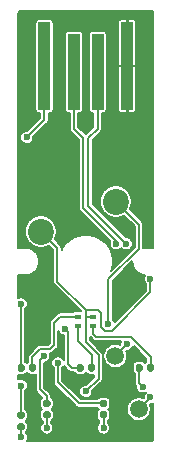
<source format=gtl>
%TF.GenerationSoftware,KiCad,Pcbnew,5.1.6*%
%TF.CreationDate,2020-10-25T22:33:59+01:00*%
%TF.ProjectId,anykey,616e796b-6579-42e6-9b69-6361645f7063,rev?*%
%TF.SameCoordinates,Original*%
%TF.FileFunction,Copper,L1,Top*%
%TF.FilePolarity,Positive*%
%FSLAX46Y46*%
G04 Gerber Fmt 4.6, Leading zero omitted, Abs format (unit mm)*
G04 Created by KiCad (PCBNEW 5.1.6) date 2020-10-25 22:33:59*
%MOMM*%
%LPD*%
G01*
G04 APERTURE LIST*
%TA.AperFunction,SMDPad,CuDef*%
%ADD10C,1.500000*%
%TD*%
%TA.AperFunction,ComponentPad*%
%ADD11C,2.200000*%
%TD*%
%TA.AperFunction,ConnectorPad*%
%ADD12R,1.000000X7.410000*%
%TD*%
%TA.AperFunction,ConnectorPad*%
%ADD13R,1.000000X6.410000*%
%TD*%
%TA.AperFunction,SMDPad,CuDef*%
%ADD14R,0.600000X0.400000*%
%TD*%
%TA.AperFunction,ViaPad*%
%ADD15C,0.600000*%
%TD*%
%TA.AperFunction,Conductor*%
%ADD16C,0.200000*%
%TD*%
%TA.AperFunction,Conductor*%
%ADD17C,0.127000*%
%TD*%
G04 APERTURE END LIST*
D10*
%TO.P,TP2,1*%
%TO.N,/SWCLK*%
X154500000Y-84000000D03*
%TD*%
%TO.P,TP1,1*%
%TO.N,/SWDIO*%
X152500000Y-79500000D03*
%TD*%
D11*
%TO.P,SW1,2*%
%TO.N,+3V3*%
X146190000Y-68960000D03*
%TO.P,SW1,1*%
%TO.N,/BTN1*%
X152540000Y-66420000D03*
%TD*%
%TO.P,R7,2*%
%TO.N,Net-(D2-Pad3)*%
%TA.AperFunction,SMDPad,CuDef*%
G36*
G01*
X155190000Y-80672500D02*
X155190000Y-80327500D01*
G75*
G02*
X155337500Y-80180000I147500J0D01*
G01*
X155632500Y-80180000D01*
G75*
G02*
X155780000Y-80327500I0J-147500D01*
G01*
X155780000Y-80672500D01*
G75*
G02*
X155632500Y-80820000I-147500J0D01*
G01*
X155337500Y-80820000D01*
G75*
G02*
X155190000Y-80672500I0J147500D01*
G01*
G37*
%TD.AperFunction*%
%TO.P,R7,1*%
%TO.N,/LED2_B*%
%TA.AperFunction,SMDPad,CuDef*%
G36*
G01*
X154220000Y-80672500D02*
X154220000Y-80327500D01*
G75*
G02*
X154367500Y-80180000I147500J0D01*
G01*
X154662500Y-80180000D01*
G75*
G02*
X154810000Y-80327500I0J-147500D01*
G01*
X154810000Y-80672500D01*
G75*
G02*
X154662500Y-80820000I-147500J0D01*
G01*
X154367500Y-80820000D01*
G75*
G02*
X154220000Y-80672500I0J147500D01*
G01*
G37*
%TD.AperFunction*%
%TD*%
%TO.P,R6,2*%
%TO.N,Net-(D2-Pad4)*%
%TA.AperFunction,SMDPad,CuDef*%
G36*
G01*
X150190000Y-80672500D02*
X150190000Y-80327500D01*
G75*
G02*
X150337500Y-80180000I147500J0D01*
G01*
X150632500Y-80180000D01*
G75*
G02*
X150780000Y-80327500I0J-147500D01*
G01*
X150780000Y-80672500D01*
G75*
G02*
X150632500Y-80820000I-147500J0D01*
G01*
X150337500Y-80820000D01*
G75*
G02*
X150190000Y-80672500I0J147500D01*
G01*
G37*
%TD.AperFunction*%
%TO.P,R6,1*%
%TO.N,/LED2_G*%
%TA.AperFunction,SMDPad,CuDef*%
G36*
G01*
X149220000Y-80672500D02*
X149220000Y-80327500D01*
G75*
G02*
X149367500Y-80180000I147500J0D01*
G01*
X149662500Y-80180000D01*
G75*
G02*
X149810000Y-80327500I0J-147500D01*
G01*
X149810000Y-80672500D01*
G75*
G02*
X149662500Y-80820000I-147500J0D01*
G01*
X149367500Y-80820000D01*
G75*
G02*
X149220000Y-80672500I0J147500D01*
G01*
G37*
%TD.AperFunction*%
%TD*%
%TO.P,R5,1*%
%TO.N,/LED2_R*%
%TA.AperFunction,SMDPad,CuDef*%
G36*
G01*
X144220000Y-80672500D02*
X144220000Y-80327500D01*
G75*
G02*
X144367500Y-80180000I147500J0D01*
G01*
X144662500Y-80180000D01*
G75*
G02*
X144810000Y-80327500I0J-147500D01*
G01*
X144810000Y-80672500D01*
G75*
G02*
X144662500Y-80820000I-147500J0D01*
G01*
X144367500Y-80820000D01*
G75*
G02*
X144220000Y-80672500I0J147500D01*
G01*
G37*
%TD.AperFunction*%
%TO.P,R5,2*%
%TO.N,Net-(D2-Pad1)*%
%TA.AperFunction,SMDPad,CuDef*%
G36*
G01*
X145190000Y-80672500D02*
X145190000Y-80327500D01*
G75*
G02*
X145337500Y-80180000I147500J0D01*
G01*
X145632500Y-80180000D01*
G75*
G02*
X145780000Y-80327500I0J-147500D01*
G01*
X145780000Y-80672500D01*
G75*
G02*
X145632500Y-80820000I-147500J0D01*
G01*
X145337500Y-80820000D01*
G75*
G02*
X145190000Y-80672500I0J147500D01*
G01*
G37*
%TD.AperFunction*%
%TD*%
%TO.P,R4,2*%
%TO.N,Net-(D1-Pad3)*%
%TA.AperFunction,SMDPad,CuDef*%
G36*
G01*
X151327500Y-84190000D02*
X151672500Y-84190000D01*
G75*
G02*
X151820000Y-84337500I0J-147500D01*
G01*
X151820000Y-84632500D01*
G75*
G02*
X151672500Y-84780000I-147500J0D01*
G01*
X151327500Y-84780000D01*
G75*
G02*
X151180000Y-84632500I0J147500D01*
G01*
X151180000Y-84337500D01*
G75*
G02*
X151327500Y-84190000I147500J0D01*
G01*
G37*
%TD.AperFunction*%
%TO.P,R4,1*%
%TO.N,/LED1_B*%
%TA.AperFunction,SMDPad,CuDef*%
G36*
G01*
X151327500Y-83220000D02*
X151672500Y-83220000D01*
G75*
G02*
X151820000Y-83367500I0J-147500D01*
G01*
X151820000Y-83662500D01*
G75*
G02*
X151672500Y-83810000I-147500J0D01*
G01*
X151327500Y-83810000D01*
G75*
G02*
X151180000Y-83662500I0J147500D01*
G01*
X151180000Y-83367500D01*
G75*
G02*
X151327500Y-83220000I147500J0D01*
G01*
G37*
%TD.AperFunction*%
%TD*%
%TO.P,R3,2*%
%TO.N,Net-(D1-Pad4)*%
%TA.AperFunction,SMDPad,CuDef*%
G36*
G01*
X146527500Y-84190000D02*
X146872500Y-84190000D01*
G75*
G02*
X147020000Y-84337500I0J-147500D01*
G01*
X147020000Y-84632500D01*
G75*
G02*
X146872500Y-84780000I-147500J0D01*
G01*
X146527500Y-84780000D01*
G75*
G02*
X146380000Y-84632500I0J147500D01*
G01*
X146380000Y-84337500D01*
G75*
G02*
X146527500Y-84190000I147500J0D01*
G01*
G37*
%TD.AperFunction*%
%TO.P,R3,1*%
%TO.N,/LED1_G*%
%TA.AperFunction,SMDPad,CuDef*%
G36*
G01*
X146527500Y-83220000D02*
X146872500Y-83220000D01*
G75*
G02*
X147020000Y-83367500I0J-147500D01*
G01*
X147020000Y-83662500D01*
G75*
G02*
X146872500Y-83810000I-147500J0D01*
G01*
X146527500Y-83810000D01*
G75*
G02*
X146380000Y-83662500I0J147500D01*
G01*
X146380000Y-83367500D01*
G75*
G02*
X146527500Y-83220000I147500J0D01*
G01*
G37*
%TD.AperFunction*%
%TD*%
%TO.P,R2,2*%
%TO.N,Net-(D1-Pad1)*%
%TA.AperFunction,SMDPad,CuDef*%
G36*
G01*
X144327500Y-85190000D02*
X144672500Y-85190000D01*
G75*
G02*
X144820000Y-85337500I0J-147500D01*
G01*
X144820000Y-85632500D01*
G75*
G02*
X144672500Y-85780000I-147500J0D01*
G01*
X144327500Y-85780000D01*
G75*
G02*
X144180000Y-85632500I0J147500D01*
G01*
X144180000Y-85337500D01*
G75*
G02*
X144327500Y-85190000I147500J0D01*
G01*
G37*
%TD.AperFunction*%
%TO.P,R2,1*%
%TO.N,/LED1_R*%
%TA.AperFunction,SMDPad,CuDef*%
G36*
G01*
X144327500Y-84220000D02*
X144672500Y-84220000D01*
G75*
G02*
X144820000Y-84367500I0J-147500D01*
G01*
X144820000Y-84662500D01*
G75*
G02*
X144672500Y-84810000I-147500J0D01*
G01*
X144327500Y-84810000D01*
G75*
G02*
X144180000Y-84662500I0J147500D01*
G01*
X144180000Y-84367500D01*
G75*
G02*
X144327500Y-84220000I147500J0D01*
G01*
G37*
%TD.AperFunction*%
%TD*%
D12*
%TO.P,J1,1*%
%TO.N,VBUS*%
X146500000Y-54945000D03*
D13*
%TO.P,J1,2*%
%TO.N,/D-*%
X149000000Y-55445000D03*
%TO.P,J1,3*%
%TO.N,/D+*%
X151000000Y-55445000D03*
D12*
%TO.P,J1,4*%
%TO.N,GND*%
X153500000Y-54945000D03*
%TD*%
D14*
%TO.P,D2,4*%
%TO.N,Net-(D2-Pad4)*%
X149350000Y-76980000D03*
%TO.P,D2,3*%
%TO.N,Net-(D2-Pad3)*%
X150650000Y-76980000D03*
%TO.P,D2,2*%
%TO.N,+3V3*%
X150650000Y-76180000D03*
%TO.P,D2,1*%
%TO.N,Net-(D2-Pad1)*%
X149350000Y-76180000D03*
%TD*%
D15*
%TO.N,GND*%
X153500000Y-58300000D03*
X147600000Y-84500000D03*
X152500000Y-86475000D03*
X147000000Y-71000000D03*
X146500000Y-74500000D03*
X146700000Y-78299999D03*
X147900001Y-78299999D03*
X153900000Y-72600000D03*
X145500000Y-85500000D03*
X151300000Y-78600000D03*
%TO.N,+3V3*%
X150000000Y-82500000D03*
X155475000Y-73000000D03*
%TO.N,VBUS*%
X145000000Y-61000000D03*
%TO.N,Net-(D1-Pad4)*%
X146700000Y-85600000D03*
%TO.N,Net-(D1-Pad3)*%
X151500000Y-85600000D03*
%TO.N,Net-(D1-Pad1)*%
X144525000Y-86400000D03*
%TO.N,/D+*%
X153425000Y-70000000D03*
%TO.N,/D-*%
X152575000Y-70000000D03*
%TO.N,/BTN1*%
X151900000Y-76800000D03*
%TO.N,/LED1_R*%
X144525000Y-82000000D03*
%TO.N,/LED1_G*%
X146434313Y-79500000D03*
%TO.N,/LED1_B*%
X147634314Y-80100000D03*
%TO.N,/LED2_R*%
X144525000Y-75100000D03*
%TO.N,/LED2_G*%
X148200000Y-77200000D03*
%TO.N,/LED2_B*%
X154800000Y-82100000D03*
%TO.N,/SWDIO*%
X153500000Y-78500000D03*
%TO.N,/SWCLK*%
X155475000Y-83000000D03*
%TD*%
D16*
%TO.N,GND*%
X149575000Y-86475000D02*
X152500000Y-86475000D01*
X147600000Y-84500000D02*
X149575000Y-86475000D01*
X146500000Y-71500000D02*
X146500000Y-74500000D01*
X147000000Y-71000000D02*
X146500000Y-71500000D01*
X146500000Y-78099999D02*
X146700000Y-78299999D01*
X146500000Y-74500000D02*
X146500000Y-78099999D01*
X147600000Y-84500000D02*
X147600000Y-82600000D01*
X147600000Y-82600000D02*
X147034314Y-82034314D01*
X147034314Y-82034314D02*
X147034314Y-79419385D01*
X147900001Y-78553698D02*
X147900001Y-78299999D01*
X147034314Y-79419385D02*
X147900001Y-78553698D01*
%TO.N,+3V3*%
X151080010Y-81419990D02*
X150000000Y-82500000D01*
X151080010Y-79414312D02*
X151080010Y-81419990D01*
X149997999Y-78332301D02*
X151080010Y-79414312D01*
X150015998Y-76180000D02*
X149997999Y-76197999D01*
X149997999Y-76197999D02*
X149997999Y-78332301D01*
X150650000Y-76180000D02*
X150015998Y-76180000D01*
X151250001Y-77038003D02*
X151250001Y-75850001D01*
X151611999Y-77400001D02*
X151250001Y-77038003D01*
X152188001Y-77400001D02*
X151611999Y-77400001D01*
X155475000Y-74113002D02*
X152188001Y-77400001D01*
X155475000Y-73000000D02*
X155475000Y-74113002D01*
X151002001Y-75602001D02*
X149997999Y-75602001D01*
X151250001Y-75850001D02*
X151002001Y-75602001D01*
X149997999Y-75602001D02*
X149997999Y-76197999D01*
X147600001Y-73204003D02*
X149997999Y-75602001D01*
X147600001Y-70370001D02*
X147600001Y-73204003D01*
X146190000Y-68960000D02*
X147600001Y-70370001D01*
%TO.N,VBUS*%
X146500000Y-59500000D02*
X145000000Y-61000000D01*
X146500000Y-54945000D02*
X146500000Y-59500000D01*
%TO.N,Net-(D1-Pad4)*%
X146700000Y-84485000D02*
X146700000Y-85600000D01*
%TO.N,Net-(D1-Pad3)*%
X151500000Y-84485000D02*
X151500000Y-85600000D01*
%TO.N,Net-(D1-Pad1)*%
X144500000Y-86375000D02*
X144525000Y-86400000D01*
X144500000Y-85485000D02*
X144500000Y-86375000D01*
%TO.N,Net-(D2-Pad4)*%
X150485000Y-80500000D02*
X150485000Y-79385000D01*
X149350000Y-78250000D02*
X149350000Y-76980000D01*
X150485000Y-79385000D02*
X149350000Y-78250000D01*
%TO.N,Net-(D2-Pad3)*%
X155485000Y-79596998D02*
X153788002Y-77900000D01*
X155485000Y-80500000D02*
X155485000Y-79596998D01*
X153788002Y-77900000D02*
X150900000Y-77900000D01*
X150650000Y-77650000D02*
X150650000Y-76980000D01*
X150900000Y-77900000D02*
X150650000Y-77650000D01*
%TO.N,Net-(D2-Pad1)*%
X147820000Y-76180000D02*
X149350000Y-76180000D01*
X147300001Y-78588000D02*
X147300001Y-76699999D01*
X146988001Y-78900000D02*
X147300001Y-78588000D01*
X146146311Y-78900000D02*
X146988001Y-78900000D01*
X145485000Y-79561311D02*
X146146311Y-78900000D01*
X147300001Y-76699999D02*
X147820000Y-76180000D01*
X145485000Y-80500000D02*
X145485000Y-79561311D01*
%TO.N,/D+*%
X150225000Y-61027501D02*
X151000000Y-60252501D01*
X150225000Y-66800000D02*
X150225000Y-61027501D01*
X151000000Y-60252501D02*
X151000000Y-55445000D01*
X153425000Y-70000000D02*
X150225000Y-66800000D01*
%TO.N,/D-*%
X149000000Y-60252501D02*
X149000000Y-55445000D01*
X149775000Y-66986397D02*
X149775000Y-61027501D01*
X152575000Y-69786397D02*
X149775000Y-66986397D01*
X149775000Y-61027501D02*
X149000000Y-60252501D01*
X152575000Y-70000000D02*
X152575000Y-69786397D01*
%TO.N,/BTN1*%
X152540000Y-66420000D02*
X154500000Y-68380000D01*
X151900000Y-73017714D02*
X151900000Y-76800000D01*
X154500000Y-70417714D02*
X151900000Y-73017714D01*
X154500000Y-68380000D02*
X154500000Y-70417714D01*
%TO.N,/LED1_R*%
X144500000Y-82025000D02*
X144525000Y-82000000D01*
X144500000Y-84515000D02*
X144500000Y-82025000D01*
%TO.N,/LED1_G*%
X146700000Y-83515000D02*
X146700000Y-82900000D01*
X146134314Y-79799999D02*
X146434313Y-79500000D01*
X146134314Y-82334314D02*
X146134314Y-79799999D01*
X146700000Y-82900000D02*
X146134314Y-82334314D01*
%TO.N,/LED1_B*%
X147634314Y-80100000D02*
X147634314Y-81734314D01*
X149415000Y-83515000D02*
X151500000Y-83515000D01*
X147634314Y-81734314D02*
X149415000Y-83515000D01*
%TO.N,/LED2_R*%
X144515000Y-75110000D02*
X144525000Y-75100000D01*
X144515000Y-80500000D02*
X144515000Y-75110000D01*
%TO.N,/LED2_G*%
X148500002Y-77500002D02*
X148500002Y-80200002D01*
X148200000Y-77200000D02*
X148500002Y-77500002D01*
X148800000Y-80500000D02*
X149515000Y-80500000D01*
X148500002Y-80200002D02*
X148800000Y-80500000D01*
%TO.N,/LED2_B*%
X154515000Y-81815000D02*
X154800000Y-82100000D01*
X154515000Y-80500000D02*
X154515000Y-81815000D01*
%TO.N,/SWDIO*%
X153500000Y-78500000D02*
X152500000Y-79500000D01*
%TO.N,/SWCLK*%
X155475000Y-83025000D02*
X154500000Y-84000000D01*
X155475000Y-83000000D02*
X155475000Y-83025000D01*
%TD*%
D17*
%TO.N,GND*%
G36*
X147700632Y-77466918D02*
G01*
X147762301Y-77559211D01*
X147840789Y-77637699D01*
X147933082Y-77699368D01*
X148035633Y-77741845D01*
X148136502Y-77761909D01*
X148136503Y-79839892D01*
X148133682Y-79833082D01*
X148072013Y-79740789D01*
X147993525Y-79662301D01*
X147901232Y-79600632D01*
X147798681Y-79558155D01*
X147689814Y-79536500D01*
X147578814Y-79536500D01*
X147469947Y-79558155D01*
X147367396Y-79600632D01*
X147275103Y-79662301D01*
X147196615Y-79740789D01*
X147134946Y-79833082D01*
X147092469Y-79935633D01*
X147070814Y-80044500D01*
X147070814Y-80155500D01*
X147092469Y-80264367D01*
X147134946Y-80366918D01*
X147196615Y-80459211D01*
X147270814Y-80533410D01*
X147270815Y-81716464D01*
X147269057Y-81734314D01*
X147276075Y-81805572D01*
X147296861Y-81874092D01*
X147330614Y-81937240D01*
X147364659Y-81978725D01*
X147364666Y-81978732D01*
X147376039Y-81992590D01*
X147389897Y-82003963D01*
X149145346Y-83759412D01*
X149156724Y-83773276D01*
X149170588Y-83784654D01*
X149212072Y-83818700D01*
X149212074Y-83818701D01*
X149275222Y-83852454D01*
X149343742Y-83873240D01*
X149397150Y-83878500D01*
X149397159Y-83878500D01*
X149414999Y-83880257D01*
X149432839Y-83878500D01*
X150977733Y-83878500D01*
X150984707Y-83891547D01*
X151035978Y-83954022D01*
X151092003Y-84000000D01*
X151035978Y-84045978D01*
X150984707Y-84108453D01*
X150946608Y-84179730D01*
X150923148Y-84257069D01*
X150915226Y-84337500D01*
X150915226Y-84632500D01*
X150923148Y-84712931D01*
X150946608Y-84790270D01*
X150984707Y-84861547D01*
X151035978Y-84924022D01*
X151098453Y-84975293D01*
X151136500Y-84995630D01*
X151136501Y-85166589D01*
X151062301Y-85240789D01*
X151000632Y-85333082D01*
X150958155Y-85435633D01*
X150936500Y-85544500D01*
X150936500Y-85655500D01*
X150958155Y-85764367D01*
X151000632Y-85866918D01*
X151062301Y-85959211D01*
X151140789Y-86037699D01*
X151233082Y-86099368D01*
X151335633Y-86141845D01*
X151444500Y-86163500D01*
X151555500Y-86163500D01*
X151664367Y-86141845D01*
X151766918Y-86099368D01*
X151859211Y-86037699D01*
X151937699Y-85959211D01*
X151999368Y-85866918D01*
X152041845Y-85764367D01*
X152063500Y-85655500D01*
X152063500Y-85544500D01*
X152041845Y-85435633D01*
X151999368Y-85333082D01*
X151937699Y-85240789D01*
X151863500Y-85166590D01*
X151863500Y-84995630D01*
X151901547Y-84975293D01*
X151964022Y-84924022D01*
X152015293Y-84861547D01*
X152053392Y-84790270D01*
X152076852Y-84712931D01*
X152084774Y-84632500D01*
X152084774Y-84337500D01*
X152076852Y-84257069D01*
X152053392Y-84179730D01*
X152015293Y-84108453D01*
X151964022Y-84045978D01*
X151907997Y-84000000D01*
X151964022Y-83954022D01*
X152015293Y-83891547D01*
X152053392Y-83820270D01*
X152076852Y-83742931D01*
X152084774Y-83662500D01*
X152084774Y-83367500D01*
X152076852Y-83287069D01*
X152053392Y-83209730D01*
X152015293Y-83138453D01*
X151964022Y-83075978D01*
X151901547Y-83024707D01*
X151830270Y-82986608D01*
X151752931Y-82963148D01*
X151672500Y-82955226D01*
X151327500Y-82955226D01*
X151247069Y-82963148D01*
X151169730Y-82986608D01*
X151098453Y-83024707D01*
X151035978Y-83075978D01*
X150984707Y-83138453D01*
X150977733Y-83151500D01*
X149565566Y-83151500D01*
X147997814Y-81583748D01*
X147997814Y-80533410D01*
X148072013Y-80459211D01*
X148133682Y-80366918D01*
X148155097Y-80315216D01*
X148162549Y-80339780D01*
X148196302Y-80402928D01*
X148230347Y-80444413D01*
X148230354Y-80444420D01*
X148241727Y-80458278D01*
X148255585Y-80469651D01*
X148530350Y-80744417D01*
X148541724Y-80758276D01*
X148555582Y-80769649D01*
X148555588Y-80769655D01*
X148597072Y-80803700D01*
X148597074Y-80803701D01*
X148660222Y-80837454D01*
X148728742Y-80858240D01*
X148782150Y-80863500D01*
X148782159Y-80863500D01*
X148799999Y-80865257D01*
X148817839Y-80863500D01*
X149004370Y-80863500D01*
X149024707Y-80901547D01*
X149075978Y-80964022D01*
X149138453Y-81015293D01*
X149209730Y-81053392D01*
X149287069Y-81076852D01*
X149367500Y-81084774D01*
X149662500Y-81084774D01*
X149742931Y-81076852D01*
X149820270Y-81053392D01*
X149891547Y-81015293D01*
X149954022Y-80964022D01*
X150000000Y-80907997D01*
X150045978Y-80964022D01*
X150108453Y-81015293D01*
X150179730Y-81053392D01*
X150257069Y-81076852D01*
X150337500Y-81084774D01*
X150632500Y-81084774D01*
X150712931Y-81076852D01*
X150716511Y-81075766D01*
X150716511Y-81269422D01*
X150049434Y-81936500D01*
X149944500Y-81936500D01*
X149835633Y-81958155D01*
X149733082Y-82000632D01*
X149640789Y-82062301D01*
X149562301Y-82140789D01*
X149500632Y-82233082D01*
X149458155Y-82335633D01*
X149436500Y-82444500D01*
X149436500Y-82555500D01*
X149458155Y-82664367D01*
X149500632Y-82766918D01*
X149562301Y-82859211D01*
X149640789Y-82937699D01*
X149733082Y-82999368D01*
X149835633Y-83041845D01*
X149944500Y-83063500D01*
X150055500Y-83063500D01*
X150164367Y-83041845D01*
X150266918Y-82999368D01*
X150359211Y-82937699D01*
X150437699Y-82859211D01*
X150499368Y-82766918D01*
X150541845Y-82664367D01*
X150563500Y-82555500D01*
X150563500Y-82450566D01*
X151324427Y-81689640D01*
X151338286Y-81678266D01*
X151349659Y-81664408D01*
X151349665Y-81664402D01*
X151383711Y-81622917D01*
X151417464Y-81559768D01*
X151421839Y-81545345D01*
X151438250Y-81491248D01*
X151443510Y-81437840D01*
X151443510Y-81437830D01*
X151445267Y-81419990D01*
X151443510Y-81402150D01*
X151443510Y-79432152D01*
X151445267Y-79414312D01*
X151443510Y-79396472D01*
X151443510Y-79396462D01*
X151438250Y-79343054D01*
X151417464Y-79274534D01*
X151395308Y-79233082D01*
X151383711Y-79211385D01*
X151349665Y-79169900D01*
X151349655Y-79169890D01*
X151338285Y-79156036D01*
X151324432Y-79144667D01*
X150361499Y-78181735D01*
X150361499Y-77871447D01*
X150380345Y-77894411D01*
X150380351Y-77894417D01*
X150391724Y-77908275D01*
X150405584Y-77919650D01*
X150630345Y-78144411D01*
X150641724Y-78158276D01*
X150655588Y-78169654D01*
X150697072Y-78203700D01*
X150697074Y-78203701D01*
X150760222Y-78237454D01*
X150828742Y-78258240D01*
X150882150Y-78263500D01*
X150882159Y-78263500D01*
X150899999Y-78265257D01*
X150917839Y-78263500D01*
X152988033Y-78263500D01*
X152958155Y-78335633D01*
X152936500Y-78444500D01*
X152936500Y-78549433D01*
X152912199Y-78573734D01*
X152795627Y-78525448D01*
X152599821Y-78486500D01*
X152400179Y-78486500D01*
X152204373Y-78525448D01*
X152019928Y-78601848D01*
X151853931Y-78712763D01*
X151712763Y-78853931D01*
X151601848Y-79019928D01*
X151525448Y-79204373D01*
X151486500Y-79400179D01*
X151486500Y-79599821D01*
X151525448Y-79795627D01*
X151601848Y-79980072D01*
X151712763Y-80146069D01*
X151853931Y-80287237D01*
X152019928Y-80398152D01*
X152204373Y-80474552D01*
X152400179Y-80513500D01*
X152599821Y-80513500D01*
X152795627Y-80474552D01*
X152980072Y-80398152D01*
X153146069Y-80287237D01*
X153287237Y-80146069D01*
X153398152Y-79980072D01*
X153474552Y-79795627D01*
X153513500Y-79599821D01*
X153513500Y-79400179D01*
X153474552Y-79204373D01*
X153426266Y-79087801D01*
X153450567Y-79063500D01*
X153555500Y-79063500D01*
X153664367Y-79041845D01*
X153766918Y-78999368D01*
X153859211Y-78937699D01*
X153937699Y-78859211D01*
X153999368Y-78766918D01*
X154040808Y-78666872D01*
X155121501Y-79747566D01*
X155121501Y-79977733D01*
X155108453Y-79984707D01*
X155045978Y-80035978D01*
X155000000Y-80092003D01*
X154954022Y-80035978D01*
X154891547Y-79984707D01*
X154820270Y-79946608D01*
X154742931Y-79923148D01*
X154662500Y-79915226D01*
X154367500Y-79915226D01*
X154287069Y-79923148D01*
X154209730Y-79946608D01*
X154138453Y-79984707D01*
X154075978Y-80035978D01*
X154024707Y-80098453D01*
X153986608Y-80169730D01*
X153963148Y-80247069D01*
X153955226Y-80327500D01*
X153955226Y-80672500D01*
X153963148Y-80752931D01*
X153986608Y-80830270D01*
X154024707Y-80901547D01*
X154075978Y-80964022D01*
X154138453Y-81015293D01*
X154151500Y-81022267D01*
X154151501Y-81797150D01*
X154149743Y-81815000D01*
X154156761Y-81886258D01*
X154177547Y-81954778D01*
X154211300Y-82017926D01*
X154236500Y-82048633D01*
X154236500Y-82155500D01*
X154258155Y-82264367D01*
X154300632Y-82366918D01*
X154362301Y-82459211D01*
X154440789Y-82537699D01*
X154533082Y-82599368D01*
X154635633Y-82641845D01*
X154744500Y-82663500D01*
X154855500Y-82663500D01*
X154964367Y-82641845D01*
X155066918Y-82599368D01*
X155102492Y-82575598D01*
X155037301Y-82640789D01*
X154975632Y-82733082D01*
X154933155Y-82835633D01*
X154911500Y-82944500D01*
X154911500Y-83055500D01*
X154914641Y-83071292D01*
X154912199Y-83073734D01*
X154795627Y-83025448D01*
X154599821Y-82986500D01*
X154400179Y-82986500D01*
X154204373Y-83025448D01*
X154019928Y-83101848D01*
X153853931Y-83212763D01*
X153712763Y-83353931D01*
X153601848Y-83519928D01*
X153525448Y-83704373D01*
X153486500Y-83900179D01*
X153486500Y-84099821D01*
X153525448Y-84295627D01*
X153601848Y-84480072D01*
X153712763Y-84646069D01*
X153853931Y-84787237D01*
X154019928Y-84898152D01*
X154204373Y-84974552D01*
X154400179Y-85013500D01*
X154599821Y-85013500D01*
X154795627Y-84974552D01*
X154980072Y-84898152D01*
X155146069Y-84787237D01*
X155287237Y-84646069D01*
X155398152Y-84480072D01*
X155474552Y-84295627D01*
X155513500Y-84099821D01*
X155513500Y-83900179D01*
X155474552Y-83704373D01*
X155426266Y-83587801D01*
X155450567Y-83563500D01*
X155530500Y-83563500D01*
X155639367Y-83541845D01*
X155711500Y-83511967D01*
X155711500Y-86485892D01*
X155706115Y-86540812D01*
X155694263Y-86580069D01*
X155675011Y-86616277D01*
X155649094Y-86648054D01*
X155617495Y-86674195D01*
X155581424Y-86693699D01*
X155542251Y-86705825D01*
X155488254Y-86711500D01*
X144994579Y-86711500D01*
X145024368Y-86666918D01*
X145066845Y-86564367D01*
X145088500Y-86455500D01*
X145088500Y-86344500D01*
X145066845Y-86235633D01*
X145024368Y-86133082D01*
X144962699Y-86040789D01*
X144898716Y-85976806D01*
X144901547Y-85975293D01*
X144964022Y-85924022D01*
X145015293Y-85861547D01*
X145053392Y-85790270D01*
X145076852Y-85712931D01*
X145084774Y-85632500D01*
X145084774Y-85337500D01*
X145076852Y-85257069D01*
X145053392Y-85179730D01*
X145015293Y-85108453D01*
X144964022Y-85045978D01*
X144907997Y-85000000D01*
X144964022Y-84954022D01*
X145015293Y-84891547D01*
X145053392Y-84820270D01*
X145076852Y-84742931D01*
X145084774Y-84662500D01*
X145084774Y-84367500D01*
X145076852Y-84287069D01*
X145053392Y-84209730D01*
X145015293Y-84138453D01*
X144964022Y-84075978D01*
X144901547Y-84024707D01*
X144863500Y-84004370D01*
X144863500Y-82451538D01*
X144884211Y-82437699D01*
X144962699Y-82359211D01*
X145024368Y-82266918D01*
X145066845Y-82164367D01*
X145088500Y-82055500D01*
X145088500Y-81944500D01*
X145066845Y-81835633D01*
X145024368Y-81733082D01*
X144962699Y-81640789D01*
X144884211Y-81562301D01*
X144791918Y-81500632D01*
X144689367Y-81458155D01*
X144580500Y-81436500D01*
X144469500Y-81436500D01*
X144360633Y-81458155D01*
X144288500Y-81488033D01*
X144288500Y-81076993D01*
X144367500Y-81084774D01*
X144662500Y-81084774D01*
X144742931Y-81076852D01*
X144820270Y-81053392D01*
X144891547Y-81015293D01*
X144954022Y-80964022D01*
X145000000Y-80907997D01*
X145045978Y-80964022D01*
X145108453Y-81015293D01*
X145179730Y-81053392D01*
X145257069Y-81076852D01*
X145337500Y-81084774D01*
X145632500Y-81084774D01*
X145712931Y-81076852D01*
X145770815Y-81059294D01*
X145770814Y-82316474D01*
X145769057Y-82334314D01*
X145770814Y-82352154D01*
X145770814Y-82352163D01*
X145776074Y-82405571D01*
X145796860Y-82474091D01*
X145830613Y-82537239D01*
X145830614Y-82537240D01*
X145864659Y-82578725D01*
X145864665Y-82578731D01*
X145876038Y-82592589D01*
X145889898Y-82603964D01*
X146306395Y-83020462D01*
X146298453Y-83024707D01*
X146235978Y-83075978D01*
X146184707Y-83138453D01*
X146146608Y-83209730D01*
X146123148Y-83287069D01*
X146115226Y-83367500D01*
X146115226Y-83662500D01*
X146123148Y-83742931D01*
X146146608Y-83820270D01*
X146184707Y-83891547D01*
X146235978Y-83954022D01*
X146292003Y-84000000D01*
X146235978Y-84045978D01*
X146184707Y-84108453D01*
X146146608Y-84179730D01*
X146123148Y-84257069D01*
X146115226Y-84337500D01*
X146115226Y-84632500D01*
X146123148Y-84712931D01*
X146146608Y-84790270D01*
X146184707Y-84861547D01*
X146235978Y-84924022D01*
X146298453Y-84975293D01*
X146336500Y-84995630D01*
X146336501Y-85166589D01*
X146262301Y-85240789D01*
X146200632Y-85333082D01*
X146158155Y-85435633D01*
X146136500Y-85544500D01*
X146136500Y-85655500D01*
X146158155Y-85764367D01*
X146200632Y-85866918D01*
X146262301Y-85959211D01*
X146340789Y-86037699D01*
X146433082Y-86099368D01*
X146535633Y-86141845D01*
X146644500Y-86163500D01*
X146755500Y-86163500D01*
X146864367Y-86141845D01*
X146966918Y-86099368D01*
X147059211Y-86037699D01*
X147137699Y-85959211D01*
X147199368Y-85866918D01*
X147241845Y-85764367D01*
X147263500Y-85655500D01*
X147263500Y-85544500D01*
X147241845Y-85435633D01*
X147199368Y-85333082D01*
X147137699Y-85240789D01*
X147063500Y-85166590D01*
X147063500Y-84995630D01*
X147101547Y-84975293D01*
X147164022Y-84924022D01*
X147215293Y-84861547D01*
X147253392Y-84790270D01*
X147276852Y-84712931D01*
X147284774Y-84632500D01*
X147284774Y-84337500D01*
X147276852Y-84257069D01*
X147253392Y-84179730D01*
X147215293Y-84108453D01*
X147164022Y-84045978D01*
X147107997Y-84000000D01*
X147164022Y-83954022D01*
X147215293Y-83891547D01*
X147253392Y-83820270D01*
X147276852Y-83742931D01*
X147284774Y-83662500D01*
X147284774Y-83367500D01*
X147276852Y-83287069D01*
X147253392Y-83209730D01*
X147215293Y-83138453D01*
X147164022Y-83075978D01*
X147101547Y-83024707D01*
X147063500Y-83004370D01*
X147063500Y-82917840D01*
X147065257Y-82900000D01*
X147063500Y-82882160D01*
X147063500Y-82882150D01*
X147058240Y-82828742D01*
X147037454Y-82760222D01*
X147006829Y-82702926D01*
X147003701Y-82697073D01*
X146969655Y-82655588D01*
X146969649Y-82655582D01*
X146958276Y-82641724D01*
X146944417Y-82630350D01*
X146497814Y-82183748D01*
X146497814Y-80061909D01*
X146598680Y-80041845D01*
X146701231Y-79999368D01*
X146793524Y-79937699D01*
X146872012Y-79859211D01*
X146933681Y-79766918D01*
X146976158Y-79664367D01*
X146997813Y-79555500D01*
X146997813Y-79444500D01*
X146976158Y-79335633D01*
X146946280Y-79263500D01*
X146970161Y-79263500D01*
X146988001Y-79265257D01*
X147005841Y-79263500D01*
X147005851Y-79263500D01*
X147059259Y-79258240D01*
X147127779Y-79237454D01*
X147190927Y-79203701D01*
X147246277Y-79158276D01*
X147257655Y-79144412D01*
X147544423Y-78857645D01*
X147558276Y-78846276D01*
X147569646Y-78832422D01*
X147569656Y-78832412D01*
X147603702Y-78790927D01*
X147637455Y-78727778D01*
X147642010Y-78712763D01*
X147658241Y-78659258D01*
X147663501Y-78605850D01*
X147663501Y-78605840D01*
X147665258Y-78588000D01*
X147663501Y-78570160D01*
X147663501Y-77377274D01*
X147700632Y-77466918D01*
G37*
X147700632Y-77466918D02*
X147762301Y-77559211D01*
X147840789Y-77637699D01*
X147933082Y-77699368D01*
X148035633Y-77741845D01*
X148136502Y-77761909D01*
X148136503Y-79839892D01*
X148133682Y-79833082D01*
X148072013Y-79740789D01*
X147993525Y-79662301D01*
X147901232Y-79600632D01*
X147798681Y-79558155D01*
X147689814Y-79536500D01*
X147578814Y-79536500D01*
X147469947Y-79558155D01*
X147367396Y-79600632D01*
X147275103Y-79662301D01*
X147196615Y-79740789D01*
X147134946Y-79833082D01*
X147092469Y-79935633D01*
X147070814Y-80044500D01*
X147070814Y-80155500D01*
X147092469Y-80264367D01*
X147134946Y-80366918D01*
X147196615Y-80459211D01*
X147270814Y-80533410D01*
X147270815Y-81716464D01*
X147269057Y-81734314D01*
X147276075Y-81805572D01*
X147296861Y-81874092D01*
X147330614Y-81937240D01*
X147364659Y-81978725D01*
X147364666Y-81978732D01*
X147376039Y-81992590D01*
X147389897Y-82003963D01*
X149145346Y-83759412D01*
X149156724Y-83773276D01*
X149170588Y-83784654D01*
X149212072Y-83818700D01*
X149212074Y-83818701D01*
X149275222Y-83852454D01*
X149343742Y-83873240D01*
X149397150Y-83878500D01*
X149397159Y-83878500D01*
X149414999Y-83880257D01*
X149432839Y-83878500D01*
X150977733Y-83878500D01*
X150984707Y-83891547D01*
X151035978Y-83954022D01*
X151092003Y-84000000D01*
X151035978Y-84045978D01*
X150984707Y-84108453D01*
X150946608Y-84179730D01*
X150923148Y-84257069D01*
X150915226Y-84337500D01*
X150915226Y-84632500D01*
X150923148Y-84712931D01*
X150946608Y-84790270D01*
X150984707Y-84861547D01*
X151035978Y-84924022D01*
X151098453Y-84975293D01*
X151136500Y-84995630D01*
X151136501Y-85166589D01*
X151062301Y-85240789D01*
X151000632Y-85333082D01*
X150958155Y-85435633D01*
X150936500Y-85544500D01*
X150936500Y-85655500D01*
X150958155Y-85764367D01*
X151000632Y-85866918D01*
X151062301Y-85959211D01*
X151140789Y-86037699D01*
X151233082Y-86099368D01*
X151335633Y-86141845D01*
X151444500Y-86163500D01*
X151555500Y-86163500D01*
X151664367Y-86141845D01*
X151766918Y-86099368D01*
X151859211Y-86037699D01*
X151937699Y-85959211D01*
X151999368Y-85866918D01*
X152041845Y-85764367D01*
X152063500Y-85655500D01*
X152063500Y-85544500D01*
X152041845Y-85435633D01*
X151999368Y-85333082D01*
X151937699Y-85240789D01*
X151863500Y-85166590D01*
X151863500Y-84995630D01*
X151901547Y-84975293D01*
X151964022Y-84924022D01*
X152015293Y-84861547D01*
X152053392Y-84790270D01*
X152076852Y-84712931D01*
X152084774Y-84632500D01*
X152084774Y-84337500D01*
X152076852Y-84257069D01*
X152053392Y-84179730D01*
X152015293Y-84108453D01*
X151964022Y-84045978D01*
X151907997Y-84000000D01*
X151964022Y-83954022D01*
X152015293Y-83891547D01*
X152053392Y-83820270D01*
X152076852Y-83742931D01*
X152084774Y-83662500D01*
X152084774Y-83367500D01*
X152076852Y-83287069D01*
X152053392Y-83209730D01*
X152015293Y-83138453D01*
X151964022Y-83075978D01*
X151901547Y-83024707D01*
X151830270Y-82986608D01*
X151752931Y-82963148D01*
X151672500Y-82955226D01*
X151327500Y-82955226D01*
X151247069Y-82963148D01*
X151169730Y-82986608D01*
X151098453Y-83024707D01*
X151035978Y-83075978D01*
X150984707Y-83138453D01*
X150977733Y-83151500D01*
X149565566Y-83151500D01*
X147997814Y-81583748D01*
X147997814Y-80533410D01*
X148072013Y-80459211D01*
X148133682Y-80366918D01*
X148155097Y-80315216D01*
X148162549Y-80339780D01*
X148196302Y-80402928D01*
X148230347Y-80444413D01*
X148230354Y-80444420D01*
X148241727Y-80458278D01*
X148255585Y-80469651D01*
X148530350Y-80744417D01*
X148541724Y-80758276D01*
X148555582Y-80769649D01*
X148555588Y-80769655D01*
X148597072Y-80803700D01*
X148597074Y-80803701D01*
X148660222Y-80837454D01*
X148728742Y-80858240D01*
X148782150Y-80863500D01*
X148782159Y-80863500D01*
X148799999Y-80865257D01*
X148817839Y-80863500D01*
X149004370Y-80863500D01*
X149024707Y-80901547D01*
X149075978Y-80964022D01*
X149138453Y-81015293D01*
X149209730Y-81053392D01*
X149287069Y-81076852D01*
X149367500Y-81084774D01*
X149662500Y-81084774D01*
X149742931Y-81076852D01*
X149820270Y-81053392D01*
X149891547Y-81015293D01*
X149954022Y-80964022D01*
X150000000Y-80907997D01*
X150045978Y-80964022D01*
X150108453Y-81015293D01*
X150179730Y-81053392D01*
X150257069Y-81076852D01*
X150337500Y-81084774D01*
X150632500Y-81084774D01*
X150712931Y-81076852D01*
X150716511Y-81075766D01*
X150716511Y-81269422D01*
X150049434Y-81936500D01*
X149944500Y-81936500D01*
X149835633Y-81958155D01*
X149733082Y-82000632D01*
X149640789Y-82062301D01*
X149562301Y-82140789D01*
X149500632Y-82233082D01*
X149458155Y-82335633D01*
X149436500Y-82444500D01*
X149436500Y-82555500D01*
X149458155Y-82664367D01*
X149500632Y-82766918D01*
X149562301Y-82859211D01*
X149640789Y-82937699D01*
X149733082Y-82999368D01*
X149835633Y-83041845D01*
X149944500Y-83063500D01*
X150055500Y-83063500D01*
X150164367Y-83041845D01*
X150266918Y-82999368D01*
X150359211Y-82937699D01*
X150437699Y-82859211D01*
X150499368Y-82766918D01*
X150541845Y-82664367D01*
X150563500Y-82555500D01*
X150563500Y-82450566D01*
X151324427Y-81689640D01*
X151338286Y-81678266D01*
X151349659Y-81664408D01*
X151349665Y-81664402D01*
X151383711Y-81622917D01*
X151417464Y-81559768D01*
X151421839Y-81545345D01*
X151438250Y-81491248D01*
X151443510Y-81437840D01*
X151443510Y-81437830D01*
X151445267Y-81419990D01*
X151443510Y-81402150D01*
X151443510Y-79432152D01*
X151445267Y-79414312D01*
X151443510Y-79396472D01*
X151443510Y-79396462D01*
X151438250Y-79343054D01*
X151417464Y-79274534D01*
X151395308Y-79233082D01*
X151383711Y-79211385D01*
X151349665Y-79169900D01*
X151349655Y-79169890D01*
X151338285Y-79156036D01*
X151324432Y-79144667D01*
X150361499Y-78181735D01*
X150361499Y-77871447D01*
X150380345Y-77894411D01*
X150380351Y-77894417D01*
X150391724Y-77908275D01*
X150405584Y-77919650D01*
X150630345Y-78144411D01*
X150641724Y-78158276D01*
X150655588Y-78169654D01*
X150697072Y-78203700D01*
X150697074Y-78203701D01*
X150760222Y-78237454D01*
X150828742Y-78258240D01*
X150882150Y-78263500D01*
X150882159Y-78263500D01*
X150899999Y-78265257D01*
X150917839Y-78263500D01*
X152988033Y-78263500D01*
X152958155Y-78335633D01*
X152936500Y-78444500D01*
X152936500Y-78549433D01*
X152912199Y-78573734D01*
X152795627Y-78525448D01*
X152599821Y-78486500D01*
X152400179Y-78486500D01*
X152204373Y-78525448D01*
X152019928Y-78601848D01*
X151853931Y-78712763D01*
X151712763Y-78853931D01*
X151601848Y-79019928D01*
X151525448Y-79204373D01*
X151486500Y-79400179D01*
X151486500Y-79599821D01*
X151525448Y-79795627D01*
X151601848Y-79980072D01*
X151712763Y-80146069D01*
X151853931Y-80287237D01*
X152019928Y-80398152D01*
X152204373Y-80474552D01*
X152400179Y-80513500D01*
X152599821Y-80513500D01*
X152795627Y-80474552D01*
X152980072Y-80398152D01*
X153146069Y-80287237D01*
X153287237Y-80146069D01*
X153398152Y-79980072D01*
X153474552Y-79795627D01*
X153513500Y-79599821D01*
X153513500Y-79400179D01*
X153474552Y-79204373D01*
X153426266Y-79087801D01*
X153450567Y-79063500D01*
X153555500Y-79063500D01*
X153664367Y-79041845D01*
X153766918Y-78999368D01*
X153859211Y-78937699D01*
X153937699Y-78859211D01*
X153999368Y-78766918D01*
X154040808Y-78666872D01*
X155121501Y-79747566D01*
X155121501Y-79977733D01*
X155108453Y-79984707D01*
X155045978Y-80035978D01*
X155000000Y-80092003D01*
X154954022Y-80035978D01*
X154891547Y-79984707D01*
X154820270Y-79946608D01*
X154742931Y-79923148D01*
X154662500Y-79915226D01*
X154367500Y-79915226D01*
X154287069Y-79923148D01*
X154209730Y-79946608D01*
X154138453Y-79984707D01*
X154075978Y-80035978D01*
X154024707Y-80098453D01*
X153986608Y-80169730D01*
X153963148Y-80247069D01*
X153955226Y-80327500D01*
X153955226Y-80672500D01*
X153963148Y-80752931D01*
X153986608Y-80830270D01*
X154024707Y-80901547D01*
X154075978Y-80964022D01*
X154138453Y-81015293D01*
X154151500Y-81022267D01*
X154151501Y-81797150D01*
X154149743Y-81815000D01*
X154156761Y-81886258D01*
X154177547Y-81954778D01*
X154211300Y-82017926D01*
X154236500Y-82048633D01*
X154236500Y-82155500D01*
X154258155Y-82264367D01*
X154300632Y-82366918D01*
X154362301Y-82459211D01*
X154440789Y-82537699D01*
X154533082Y-82599368D01*
X154635633Y-82641845D01*
X154744500Y-82663500D01*
X154855500Y-82663500D01*
X154964367Y-82641845D01*
X155066918Y-82599368D01*
X155102492Y-82575598D01*
X155037301Y-82640789D01*
X154975632Y-82733082D01*
X154933155Y-82835633D01*
X154911500Y-82944500D01*
X154911500Y-83055500D01*
X154914641Y-83071292D01*
X154912199Y-83073734D01*
X154795627Y-83025448D01*
X154599821Y-82986500D01*
X154400179Y-82986500D01*
X154204373Y-83025448D01*
X154019928Y-83101848D01*
X153853931Y-83212763D01*
X153712763Y-83353931D01*
X153601848Y-83519928D01*
X153525448Y-83704373D01*
X153486500Y-83900179D01*
X153486500Y-84099821D01*
X153525448Y-84295627D01*
X153601848Y-84480072D01*
X153712763Y-84646069D01*
X153853931Y-84787237D01*
X154019928Y-84898152D01*
X154204373Y-84974552D01*
X154400179Y-85013500D01*
X154599821Y-85013500D01*
X154795627Y-84974552D01*
X154980072Y-84898152D01*
X155146069Y-84787237D01*
X155287237Y-84646069D01*
X155398152Y-84480072D01*
X155474552Y-84295627D01*
X155513500Y-84099821D01*
X155513500Y-83900179D01*
X155474552Y-83704373D01*
X155426266Y-83587801D01*
X155450567Y-83563500D01*
X155530500Y-83563500D01*
X155639367Y-83541845D01*
X155711500Y-83511967D01*
X155711500Y-86485892D01*
X155706115Y-86540812D01*
X155694263Y-86580069D01*
X155675011Y-86616277D01*
X155649094Y-86648054D01*
X155617495Y-86674195D01*
X155581424Y-86693699D01*
X155542251Y-86705825D01*
X155488254Y-86711500D01*
X144994579Y-86711500D01*
X145024368Y-86666918D01*
X145066845Y-86564367D01*
X145088500Y-86455500D01*
X145088500Y-86344500D01*
X145066845Y-86235633D01*
X145024368Y-86133082D01*
X144962699Y-86040789D01*
X144898716Y-85976806D01*
X144901547Y-85975293D01*
X144964022Y-85924022D01*
X145015293Y-85861547D01*
X145053392Y-85790270D01*
X145076852Y-85712931D01*
X145084774Y-85632500D01*
X145084774Y-85337500D01*
X145076852Y-85257069D01*
X145053392Y-85179730D01*
X145015293Y-85108453D01*
X144964022Y-85045978D01*
X144907997Y-85000000D01*
X144964022Y-84954022D01*
X145015293Y-84891547D01*
X145053392Y-84820270D01*
X145076852Y-84742931D01*
X145084774Y-84662500D01*
X145084774Y-84367500D01*
X145076852Y-84287069D01*
X145053392Y-84209730D01*
X145015293Y-84138453D01*
X144964022Y-84075978D01*
X144901547Y-84024707D01*
X144863500Y-84004370D01*
X144863500Y-82451538D01*
X144884211Y-82437699D01*
X144962699Y-82359211D01*
X145024368Y-82266918D01*
X145066845Y-82164367D01*
X145088500Y-82055500D01*
X145088500Y-81944500D01*
X145066845Y-81835633D01*
X145024368Y-81733082D01*
X144962699Y-81640789D01*
X144884211Y-81562301D01*
X144791918Y-81500632D01*
X144689367Y-81458155D01*
X144580500Y-81436500D01*
X144469500Y-81436500D01*
X144360633Y-81458155D01*
X144288500Y-81488033D01*
X144288500Y-81076993D01*
X144367500Y-81084774D01*
X144662500Y-81084774D01*
X144742931Y-81076852D01*
X144820270Y-81053392D01*
X144891547Y-81015293D01*
X144954022Y-80964022D01*
X145000000Y-80907997D01*
X145045978Y-80964022D01*
X145108453Y-81015293D01*
X145179730Y-81053392D01*
X145257069Y-81076852D01*
X145337500Y-81084774D01*
X145632500Y-81084774D01*
X145712931Y-81076852D01*
X145770815Y-81059294D01*
X145770814Y-82316474D01*
X145769057Y-82334314D01*
X145770814Y-82352154D01*
X145770814Y-82352163D01*
X145776074Y-82405571D01*
X145796860Y-82474091D01*
X145830613Y-82537239D01*
X145830614Y-82537240D01*
X145864659Y-82578725D01*
X145864665Y-82578731D01*
X145876038Y-82592589D01*
X145889898Y-82603964D01*
X146306395Y-83020462D01*
X146298453Y-83024707D01*
X146235978Y-83075978D01*
X146184707Y-83138453D01*
X146146608Y-83209730D01*
X146123148Y-83287069D01*
X146115226Y-83367500D01*
X146115226Y-83662500D01*
X146123148Y-83742931D01*
X146146608Y-83820270D01*
X146184707Y-83891547D01*
X146235978Y-83954022D01*
X146292003Y-84000000D01*
X146235978Y-84045978D01*
X146184707Y-84108453D01*
X146146608Y-84179730D01*
X146123148Y-84257069D01*
X146115226Y-84337500D01*
X146115226Y-84632500D01*
X146123148Y-84712931D01*
X146146608Y-84790270D01*
X146184707Y-84861547D01*
X146235978Y-84924022D01*
X146298453Y-84975293D01*
X146336500Y-84995630D01*
X146336501Y-85166589D01*
X146262301Y-85240789D01*
X146200632Y-85333082D01*
X146158155Y-85435633D01*
X146136500Y-85544500D01*
X146136500Y-85655500D01*
X146158155Y-85764367D01*
X146200632Y-85866918D01*
X146262301Y-85959211D01*
X146340789Y-86037699D01*
X146433082Y-86099368D01*
X146535633Y-86141845D01*
X146644500Y-86163500D01*
X146755500Y-86163500D01*
X146864367Y-86141845D01*
X146966918Y-86099368D01*
X147059211Y-86037699D01*
X147137699Y-85959211D01*
X147199368Y-85866918D01*
X147241845Y-85764367D01*
X147263500Y-85655500D01*
X147263500Y-85544500D01*
X147241845Y-85435633D01*
X147199368Y-85333082D01*
X147137699Y-85240789D01*
X147063500Y-85166590D01*
X147063500Y-84995630D01*
X147101547Y-84975293D01*
X147164022Y-84924022D01*
X147215293Y-84861547D01*
X147253392Y-84790270D01*
X147276852Y-84712931D01*
X147284774Y-84632500D01*
X147284774Y-84337500D01*
X147276852Y-84257069D01*
X147253392Y-84179730D01*
X147215293Y-84108453D01*
X147164022Y-84045978D01*
X147107997Y-84000000D01*
X147164022Y-83954022D01*
X147215293Y-83891547D01*
X147253392Y-83820270D01*
X147276852Y-83742931D01*
X147284774Y-83662500D01*
X147284774Y-83367500D01*
X147276852Y-83287069D01*
X147253392Y-83209730D01*
X147215293Y-83138453D01*
X147164022Y-83075978D01*
X147101547Y-83024707D01*
X147063500Y-83004370D01*
X147063500Y-82917840D01*
X147065257Y-82900000D01*
X147063500Y-82882160D01*
X147063500Y-82882150D01*
X147058240Y-82828742D01*
X147037454Y-82760222D01*
X147006829Y-82702926D01*
X147003701Y-82697073D01*
X146969655Y-82655588D01*
X146969649Y-82655582D01*
X146958276Y-82641724D01*
X146944417Y-82630350D01*
X146497814Y-82183748D01*
X146497814Y-80061909D01*
X146598680Y-80041845D01*
X146701231Y-79999368D01*
X146793524Y-79937699D01*
X146872012Y-79859211D01*
X146933681Y-79766918D01*
X146976158Y-79664367D01*
X146997813Y-79555500D01*
X146997813Y-79444500D01*
X146976158Y-79335633D01*
X146946280Y-79263500D01*
X146970161Y-79263500D01*
X146988001Y-79265257D01*
X147005841Y-79263500D01*
X147005851Y-79263500D01*
X147059259Y-79258240D01*
X147127779Y-79237454D01*
X147190927Y-79203701D01*
X147246277Y-79158276D01*
X147257655Y-79144412D01*
X147544423Y-78857645D01*
X147558276Y-78846276D01*
X147569646Y-78832422D01*
X147569656Y-78832412D01*
X147603702Y-78790927D01*
X147637455Y-78727778D01*
X147642010Y-78712763D01*
X147658241Y-78659258D01*
X147663501Y-78605850D01*
X147663501Y-78605840D01*
X147665258Y-78588000D01*
X147663501Y-78570160D01*
X147663501Y-77377274D01*
X147700632Y-77466918D01*
G36*
X155540812Y-50293885D02*
G01*
X155580069Y-50305737D01*
X155616277Y-50324989D01*
X155648054Y-50350906D01*
X155674195Y-50382505D01*
X155693699Y-50418577D01*
X155705825Y-50457748D01*
X155711500Y-50511746D01*
X155711501Y-70360600D01*
X155065836Y-70360600D01*
X155051013Y-70362060D01*
X155039968Y-70362060D01*
X155035962Y-70362481D01*
X154870930Y-70380992D01*
X154863500Y-70382571D01*
X154863500Y-68397840D01*
X154865257Y-68380000D01*
X154863500Y-68362160D01*
X154863500Y-68362150D01*
X154858240Y-68308742D01*
X154837454Y-68240222D01*
X154803702Y-68177075D01*
X154803701Y-68177073D01*
X154769655Y-68135588D01*
X154769645Y-68135578D01*
X154758275Y-68121724D01*
X154744422Y-68110355D01*
X153728935Y-67094868D01*
X153748318Y-67065859D01*
X153851101Y-66817718D01*
X153903500Y-66554293D01*
X153903500Y-66285707D01*
X153851101Y-66022282D01*
X153748318Y-65774141D01*
X153599099Y-65550820D01*
X153409180Y-65360901D01*
X153185859Y-65211682D01*
X152937718Y-65108899D01*
X152674293Y-65056500D01*
X152405707Y-65056500D01*
X152142282Y-65108899D01*
X151894141Y-65211682D01*
X151670820Y-65360901D01*
X151480901Y-65550820D01*
X151331682Y-65774141D01*
X151228899Y-66022282D01*
X151176500Y-66285707D01*
X151176500Y-66554293D01*
X151228899Y-66817718D01*
X151331682Y-67065859D01*
X151480901Y-67289180D01*
X151670820Y-67479099D01*
X151894141Y-67628318D01*
X152142282Y-67731101D01*
X152405707Y-67783500D01*
X152674293Y-67783500D01*
X152937718Y-67731101D01*
X153185859Y-67628318D01*
X153214868Y-67608935D01*
X154136500Y-68530567D01*
X154136501Y-70267147D01*
X152129214Y-72274434D01*
X152176515Y-72160239D01*
X152263500Y-71722935D01*
X152263500Y-71277065D01*
X152176515Y-70839761D01*
X152005888Y-70427831D01*
X151758175Y-70057103D01*
X151442897Y-69741825D01*
X151072169Y-69494112D01*
X150660239Y-69323485D01*
X150222935Y-69236500D01*
X149777065Y-69236500D01*
X149339761Y-69323485D01*
X148927831Y-69494112D01*
X148557103Y-69741825D01*
X148241825Y-70057103D01*
X147994112Y-70427831D01*
X147963501Y-70501732D01*
X147963501Y-70387841D01*
X147965258Y-70370001D01*
X147963501Y-70352161D01*
X147963501Y-70352151D01*
X147958241Y-70298743D01*
X147937455Y-70230223D01*
X147922864Y-70202925D01*
X147903702Y-70167074D01*
X147869656Y-70125589D01*
X147869646Y-70125579D01*
X147858276Y-70111725D01*
X147844423Y-70100356D01*
X147378935Y-69634868D01*
X147398318Y-69605859D01*
X147501101Y-69357718D01*
X147553500Y-69094293D01*
X147553500Y-68825707D01*
X147501101Y-68562282D01*
X147398318Y-68314141D01*
X147249099Y-68090820D01*
X147059180Y-67900901D01*
X146835859Y-67751682D01*
X146587718Y-67648899D01*
X146324293Y-67596500D01*
X146055707Y-67596500D01*
X145792282Y-67648899D01*
X145544141Y-67751682D01*
X145320820Y-67900901D01*
X145130901Y-68090820D01*
X144981682Y-68314141D01*
X144878899Y-68562282D01*
X144826500Y-68825707D01*
X144826500Y-69094293D01*
X144878899Y-69357718D01*
X144981682Y-69605859D01*
X145130901Y-69829180D01*
X145320820Y-70019099D01*
X145544141Y-70168318D01*
X145792282Y-70271101D01*
X146055707Y-70323500D01*
X146324293Y-70323500D01*
X146587718Y-70271101D01*
X146835859Y-70168318D01*
X146864868Y-70148935D01*
X147236501Y-70520568D01*
X147236502Y-73186153D01*
X147234744Y-73204003D01*
X147241762Y-73275261D01*
X147262548Y-73343781D01*
X147296301Y-73406929D01*
X147330346Y-73448414D01*
X147330353Y-73448421D01*
X147341726Y-73462279D01*
X147355584Y-73473652D01*
X149597158Y-75715226D01*
X149050000Y-75715226D01*
X148998345Y-75720314D01*
X148948675Y-75735381D01*
X148902899Y-75759848D01*
X148862777Y-75792777D01*
X148843307Y-75816500D01*
X147837840Y-75816500D01*
X147820000Y-75814743D01*
X147802160Y-75816500D01*
X147802150Y-75816500D01*
X147748742Y-75821760D01*
X147680222Y-75842546D01*
X147617073Y-75876299D01*
X147575588Y-75910345D01*
X147575582Y-75910351D01*
X147561724Y-75921724D01*
X147550350Y-75935583D01*
X147055584Y-76430350D01*
X147041726Y-76441723D01*
X147030353Y-76455581D01*
X147030346Y-76455588D01*
X146996301Y-76497073D01*
X146962548Y-76560221D01*
X146941762Y-76628741D01*
X146934744Y-76699999D01*
X146936502Y-76717849D01*
X146936501Y-78437433D01*
X146837435Y-78536500D01*
X146164151Y-78536500D01*
X146146311Y-78534743D01*
X146128471Y-78536500D01*
X146128461Y-78536500D01*
X146075053Y-78541760D01*
X146006533Y-78562546D01*
X145943385Y-78596299D01*
X145943383Y-78596300D01*
X145943384Y-78596300D01*
X145901899Y-78630345D01*
X145901893Y-78630351D01*
X145888035Y-78641724D01*
X145876661Y-78655583D01*
X145240583Y-79291662D01*
X145226725Y-79303035D01*
X145215352Y-79316893D01*
X145215345Y-79316900D01*
X145181300Y-79358385D01*
X145147547Y-79421533D01*
X145126761Y-79490053D01*
X145119743Y-79561311D01*
X145121501Y-79579161D01*
X145121501Y-79977733D01*
X145108453Y-79984707D01*
X145045978Y-80035978D01*
X145000000Y-80092003D01*
X144954022Y-80035978D01*
X144891547Y-79984707D01*
X144878500Y-79977733D01*
X144878500Y-75541515D01*
X144884211Y-75537699D01*
X144962699Y-75459211D01*
X145024368Y-75366918D01*
X145066845Y-75264367D01*
X145088500Y-75155500D01*
X145088500Y-75044500D01*
X145066845Y-74935633D01*
X145024368Y-74833082D01*
X144962699Y-74740789D01*
X144884211Y-74662301D01*
X144791918Y-74600632D01*
X144689367Y-74558155D01*
X144580500Y-74536500D01*
X144469500Y-74536500D01*
X144360633Y-74558155D01*
X144288500Y-74588033D01*
X144288500Y-72639400D01*
X144934164Y-72639400D01*
X144948987Y-72637940D01*
X144960032Y-72637940D01*
X144964038Y-72637519D01*
X145129070Y-72619008D01*
X145154605Y-72613581D01*
X145180299Y-72608493D01*
X145184139Y-72607304D01*
X145184146Y-72607302D01*
X145184152Y-72607299D01*
X145342440Y-72557087D01*
X145366490Y-72546779D01*
X145390648Y-72536822D01*
X145394191Y-72534907D01*
X145539716Y-72454904D01*
X145561287Y-72440133D01*
X145583070Y-72425661D01*
X145586173Y-72423094D01*
X145713388Y-72316349D01*
X145731693Y-72297657D01*
X145750238Y-72279241D01*
X145752779Y-72276125D01*
X145752784Y-72276120D01*
X145752788Y-72276115D01*
X145856842Y-72146697D01*
X145871177Y-72124791D01*
X145885782Y-72103139D01*
X145887669Y-72099591D01*
X145887674Y-72099583D01*
X145887677Y-72099575D01*
X145964611Y-71952414D01*
X145974419Y-71928139D01*
X145984539Y-71904064D01*
X145985700Y-71900218D01*
X145985704Y-71900208D01*
X145985706Y-71900198D01*
X146032590Y-71740898D01*
X146037486Y-71715232D01*
X146042748Y-71689599D01*
X146043141Y-71685590D01*
X146058192Y-71520208D01*
X146058009Y-71494061D01*
X146058192Y-71467914D01*
X146057799Y-71463905D01*
X146040441Y-71298748D01*
X146035180Y-71273116D01*
X146030283Y-71247446D01*
X146029123Y-71243606D01*
X146029120Y-71243592D01*
X146029115Y-71243580D01*
X145980010Y-71084950D01*
X145969895Y-71060887D01*
X145960083Y-71036602D01*
X145958192Y-71033045D01*
X145879207Y-70886966D01*
X145864587Y-70865291D01*
X145850267Y-70843408D01*
X145847721Y-70840286D01*
X145741866Y-70712329D01*
X145723305Y-70693897D01*
X145705017Y-70675222D01*
X145701920Y-70672660D01*
X145701914Y-70672654D01*
X145701907Y-70672650D01*
X145573222Y-70567696D01*
X145551445Y-70553227D01*
X145529866Y-70538452D01*
X145526328Y-70536539D01*
X145526324Y-70536536D01*
X145526320Y-70536534D01*
X145379695Y-70458573D01*
X145355493Y-70448598D01*
X145331487Y-70438309D01*
X145327645Y-70437120D01*
X145327638Y-70437117D01*
X145327631Y-70437116D01*
X145168660Y-70389119D01*
X145143019Y-70384041D01*
X145117433Y-70378603D01*
X145113438Y-70378183D01*
X145113427Y-70378181D01*
X145113417Y-70378181D01*
X144948152Y-70361977D01*
X144948146Y-70361977D01*
X144934164Y-70360600D01*
X144288500Y-70360600D01*
X144288500Y-60944500D01*
X144436500Y-60944500D01*
X144436500Y-61055500D01*
X144458155Y-61164367D01*
X144500632Y-61266918D01*
X144562301Y-61359211D01*
X144640789Y-61437699D01*
X144733082Y-61499368D01*
X144835633Y-61541845D01*
X144944500Y-61563500D01*
X145055500Y-61563500D01*
X145164367Y-61541845D01*
X145266918Y-61499368D01*
X145359211Y-61437699D01*
X145437699Y-61359211D01*
X145499368Y-61266918D01*
X145541845Y-61164367D01*
X145563500Y-61055500D01*
X145563500Y-60950566D01*
X146744412Y-59769654D01*
X146758276Y-59758276D01*
X146769654Y-59744412D01*
X146803700Y-59702928D01*
X146837453Y-59639779D01*
X146837454Y-59639778D01*
X146858240Y-59571258D01*
X146863500Y-59517850D01*
X146863500Y-59517841D01*
X146865257Y-59500001D01*
X146863500Y-59482161D01*
X146863500Y-58914774D01*
X147000000Y-58914774D01*
X147051655Y-58909686D01*
X147101325Y-58894619D01*
X147147101Y-58870152D01*
X147187223Y-58837223D01*
X147220152Y-58797101D01*
X147244619Y-58751325D01*
X147259686Y-58701655D01*
X147264774Y-58650000D01*
X147264774Y-52240000D01*
X148235226Y-52240000D01*
X148235226Y-58650000D01*
X148240314Y-58701655D01*
X148255381Y-58751325D01*
X148279848Y-58797101D01*
X148312777Y-58837223D01*
X148352899Y-58870152D01*
X148398675Y-58894619D01*
X148448345Y-58909686D01*
X148500000Y-58914774D01*
X148636500Y-58914774D01*
X148636500Y-60234661D01*
X148634743Y-60252501D01*
X148636500Y-60270341D01*
X148636500Y-60270350D01*
X148641760Y-60323758D01*
X148662546Y-60392278D01*
X148662547Y-60392279D01*
X148696300Y-60455427D01*
X148730345Y-60496912D01*
X148730351Y-60496918D01*
X148741724Y-60510776D01*
X148755584Y-60522151D01*
X149411501Y-61178069D01*
X149411500Y-66968557D01*
X149409743Y-66986397D01*
X149411500Y-67004237D01*
X149411500Y-67004246D01*
X149416760Y-67057654D01*
X149437546Y-67126174D01*
X149458437Y-67165258D01*
X149471300Y-67189323D01*
X149505345Y-67230808D01*
X149505351Y-67230814D01*
X149516724Y-67244672D01*
X149530584Y-67256047D01*
X152055712Y-69781175D01*
X152033155Y-69835633D01*
X152011500Y-69944500D01*
X152011500Y-70055500D01*
X152033155Y-70164367D01*
X152075632Y-70266918D01*
X152137301Y-70359211D01*
X152215789Y-70437699D01*
X152308082Y-70499368D01*
X152410633Y-70541845D01*
X152519500Y-70563500D01*
X152630500Y-70563500D01*
X152739367Y-70541845D01*
X152841918Y-70499368D01*
X152934211Y-70437699D01*
X153000000Y-70371910D01*
X153065789Y-70437699D01*
X153158082Y-70499368D01*
X153260633Y-70541845D01*
X153369500Y-70563500D01*
X153480500Y-70563500D01*
X153589367Y-70541845D01*
X153691918Y-70499368D01*
X153784211Y-70437699D01*
X153862699Y-70359211D01*
X153924368Y-70266918D01*
X153966845Y-70164367D01*
X153988500Y-70055500D01*
X153988500Y-69944500D01*
X153966845Y-69835633D01*
X153924368Y-69733082D01*
X153862699Y-69640789D01*
X153784211Y-69562301D01*
X153691918Y-69500632D01*
X153589367Y-69458155D01*
X153480500Y-69436500D01*
X153375566Y-69436500D01*
X150588500Y-66649434D01*
X150588500Y-61178067D01*
X151244422Y-60522146D01*
X151258275Y-60510777D01*
X151269645Y-60496923D01*
X151269655Y-60496913D01*
X151303701Y-60455428D01*
X151337454Y-60392279D01*
X151337454Y-60392278D01*
X151358240Y-60323759D01*
X151363500Y-60270351D01*
X151363500Y-60270341D01*
X151365257Y-60252501D01*
X151363500Y-60234661D01*
X151363500Y-58914774D01*
X151500000Y-58914774D01*
X151551655Y-58909686D01*
X151601325Y-58894619D01*
X151647101Y-58870152D01*
X151687223Y-58837223D01*
X151720152Y-58797101D01*
X151744619Y-58751325D01*
X151759686Y-58701655D01*
X151764774Y-58650000D01*
X152735225Y-58650000D01*
X152740313Y-58701655D01*
X152755380Y-58751325D01*
X152779848Y-58797101D01*
X152812776Y-58837224D01*
X152852899Y-58870152D01*
X152898675Y-58894620D01*
X152948345Y-58909687D01*
X153000000Y-58914775D01*
X153397625Y-58913500D01*
X153463500Y-58847625D01*
X153463500Y-54981500D01*
X153536500Y-54981500D01*
X153536500Y-58847625D01*
X153602375Y-58913500D01*
X154000000Y-58914775D01*
X154051655Y-58909687D01*
X154101325Y-58894620D01*
X154147101Y-58870152D01*
X154187224Y-58837224D01*
X154220152Y-58797101D01*
X154244620Y-58751325D01*
X154259687Y-58701655D01*
X154264775Y-58650000D01*
X154263500Y-55047375D01*
X154197625Y-54981500D01*
X153536500Y-54981500D01*
X153463500Y-54981500D01*
X152802375Y-54981500D01*
X152736500Y-55047375D01*
X152735225Y-58650000D01*
X151764774Y-58650000D01*
X151764774Y-52240000D01*
X151759686Y-52188345D01*
X151744619Y-52138675D01*
X151720152Y-52092899D01*
X151687223Y-52052777D01*
X151647101Y-52019848D01*
X151601325Y-51995381D01*
X151551655Y-51980314D01*
X151500000Y-51975226D01*
X150500000Y-51975226D01*
X150448345Y-51980314D01*
X150398675Y-51995381D01*
X150352899Y-52019848D01*
X150312777Y-52052777D01*
X150279848Y-52092899D01*
X150255381Y-52138675D01*
X150240314Y-52188345D01*
X150235226Y-52240000D01*
X150235226Y-58650000D01*
X150240314Y-58701655D01*
X150255381Y-58751325D01*
X150279848Y-58797101D01*
X150312777Y-58837223D01*
X150352899Y-58870152D01*
X150398675Y-58894619D01*
X150448345Y-58909686D01*
X150500000Y-58914774D01*
X150636500Y-58914774D01*
X150636500Y-60101934D01*
X150000000Y-60738434D01*
X149363500Y-60101935D01*
X149363500Y-58914774D01*
X149500000Y-58914774D01*
X149551655Y-58909686D01*
X149601325Y-58894619D01*
X149647101Y-58870152D01*
X149687223Y-58837223D01*
X149720152Y-58797101D01*
X149744619Y-58751325D01*
X149759686Y-58701655D01*
X149764774Y-58650000D01*
X149764774Y-52240000D01*
X149759686Y-52188345D01*
X149744619Y-52138675D01*
X149720152Y-52092899D01*
X149687223Y-52052777D01*
X149647101Y-52019848D01*
X149601325Y-51995381D01*
X149551655Y-51980314D01*
X149500000Y-51975226D01*
X148500000Y-51975226D01*
X148448345Y-51980314D01*
X148398675Y-51995381D01*
X148352899Y-52019848D01*
X148312777Y-52052777D01*
X148279848Y-52092899D01*
X148255381Y-52138675D01*
X148240314Y-52188345D01*
X148235226Y-52240000D01*
X147264774Y-52240000D01*
X147264774Y-51240000D01*
X152735225Y-51240000D01*
X152736500Y-54842625D01*
X152802375Y-54908500D01*
X153463500Y-54908500D01*
X153463500Y-51042375D01*
X153536500Y-51042375D01*
X153536500Y-54908500D01*
X154197625Y-54908500D01*
X154263500Y-54842625D01*
X154264775Y-51240000D01*
X154259687Y-51188345D01*
X154244620Y-51138675D01*
X154220152Y-51092899D01*
X154187224Y-51052776D01*
X154147101Y-51019848D01*
X154101325Y-50995380D01*
X154051655Y-50980313D01*
X154000000Y-50975225D01*
X153602375Y-50976500D01*
X153536500Y-51042375D01*
X153463500Y-51042375D01*
X153397625Y-50976500D01*
X153000000Y-50975225D01*
X152948345Y-50980313D01*
X152898675Y-50995380D01*
X152852899Y-51019848D01*
X152812776Y-51052776D01*
X152779848Y-51092899D01*
X152755380Y-51138675D01*
X152740313Y-51188345D01*
X152735225Y-51240000D01*
X147264774Y-51240000D01*
X147259686Y-51188345D01*
X147244619Y-51138675D01*
X147220152Y-51092899D01*
X147187223Y-51052777D01*
X147147101Y-51019848D01*
X147101325Y-50995381D01*
X147051655Y-50980314D01*
X147000000Y-50975226D01*
X146000000Y-50975226D01*
X145948345Y-50980314D01*
X145898675Y-50995381D01*
X145852899Y-51019848D01*
X145812777Y-51052777D01*
X145779848Y-51092899D01*
X145755381Y-51138675D01*
X145740314Y-51188345D01*
X145735226Y-51240000D01*
X145735226Y-58650000D01*
X145740314Y-58701655D01*
X145755381Y-58751325D01*
X145779848Y-58797101D01*
X145812777Y-58837223D01*
X145852899Y-58870152D01*
X145898675Y-58894619D01*
X145948345Y-58909686D01*
X146000000Y-58914774D01*
X146136501Y-58914774D01*
X146136501Y-59349433D01*
X145049434Y-60436500D01*
X144944500Y-60436500D01*
X144835633Y-60458155D01*
X144733082Y-60500632D01*
X144640789Y-60562301D01*
X144562301Y-60640789D01*
X144500632Y-60733082D01*
X144458155Y-60835633D01*
X144436500Y-60944500D01*
X144288500Y-60944500D01*
X144288500Y-50514107D01*
X144293885Y-50459188D01*
X144305737Y-50419931D01*
X144324989Y-50383723D01*
X144350906Y-50351946D01*
X144382505Y-50325805D01*
X144418577Y-50306301D01*
X144457748Y-50294175D01*
X144511746Y-50288500D01*
X155485893Y-50288500D01*
X155540812Y-50293885D01*
G37*
X155540812Y-50293885D02*
X155580069Y-50305737D01*
X155616277Y-50324989D01*
X155648054Y-50350906D01*
X155674195Y-50382505D01*
X155693699Y-50418577D01*
X155705825Y-50457748D01*
X155711500Y-50511746D01*
X155711501Y-70360600D01*
X155065836Y-70360600D01*
X155051013Y-70362060D01*
X155039968Y-70362060D01*
X155035962Y-70362481D01*
X154870930Y-70380992D01*
X154863500Y-70382571D01*
X154863500Y-68397840D01*
X154865257Y-68380000D01*
X154863500Y-68362160D01*
X154863500Y-68362150D01*
X154858240Y-68308742D01*
X154837454Y-68240222D01*
X154803702Y-68177075D01*
X154803701Y-68177073D01*
X154769655Y-68135588D01*
X154769645Y-68135578D01*
X154758275Y-68121724D01*
X154744422Y-68110355D01*
X153728935Y-67094868D01*
X153748318Y-67065859D01*
X153851101Y-66817718D01*
X153903500Y-66554293D01*
X153903500Y-66285707D01*
X153851101Y-66022282D01*
X153748318Y-65774141D01*
X153599099Y-65550820D01*
X153409180Y-65360901D01*
X153185859Y-65211682D01*
X152937718Y-65108899D01*
X152674293Y-65056500D01*
X152405707Y-65056500D01*
X152142282Y-65108899D01*
X151894141Y-65211682D01*
X151670820Y-65360901D01*
X151480901Y-65550820D01*
X151331682Y-65774141D01*
X151228899Y-66022282D01*
X151176500Y-66285707D01*
X151176500Y-66554293D01*
X151228899Y-66817718D01*
X151331682Y-67065859D01*
X151480901Y-67289180D01*
X151670820Y-67479099D01*
X151894141Y-67628318D01*
X152142282Y-67731101D01*
X152405707Y-67783500D01*
X152674293Y-67783500D01*
X152937718Y-67731101D01*
X153185859Y-67628318D01*
X153214868Y-67608935D01*
X154136500Y-68530567D01*
X154136501Y-70267147D01*
X152129214Y-72274434D01*
X152176515Y-72160239D01*
X152263500Y-71722935D01*
X152263500Y-71277065D01*
X152176515Y-70839761D01*
X152005888Y-70427831D01*
X151758175Y-70057103D01*
X151442897Y-69741825D01*
X151072169Y-69494112D01*
X150660239Y-69323485D01*
X150222935Y-69236500D01*
X149777065Y-69236500D01*
X149339761Y-69323485D01*
X148927831Y-69494112D01*
X148557103Y-69741825D01*
X148241825Y-70057103D01*
X147994112Y-70427831D01*
X147963501Y-70501732D01*
X147963501Y-70387841D01*
X147965258Y-70370001D01*
X147963501Y-70352161D01*
X147963501Y-70352151D01*
X147958241Y-70298743D01*
X147937455Y-70230223D01*
X147922864Y-70202925D01*
X147903702Y-70167074D01*
X147869656Y-70125589D01*
X147869646Y-70125579D01*
X147858276Y-70111725D01*
X147844423Y-70100356D01*
X147378935Y-69634868D01*
X147398318Y-69605859D01*
X147501101Y-69357718D01*
X147553500Y-69094293D01*
X147553500Y-68825707D01*
X147501101Y-68562282D01*
X147398318Y-68314141D01*
X147249099Y-68090820D01*
X147059180Y-67900901D01*
X146835859Y-67751682D01*
X146587718Y-67648899D01*
X146324293Y-67596500D01*
X146055707Y-67596500D01*
X145792282Y-67648899D01*
X145544141Y-67751682D01*
X145320820Y-67900901D01*
X145130901Y-68090820D01*
X144981682Y-68314141D01*
X144878899Y-68562282D01*
X144826500Y-68825707D01*
X144826500Y-69094293D01*
X144878899Y-69357718D01*
X144981682Y-69605859D01*
X145130901Y-69829180D01*
X145320820Y-70019099D01*
X145544141Y-70168318D01*
X145792282Y-70271101D01*
X146055707Y-70323500D01*
X146324293Y-70323500D01*
X146587718Y-70271101D01*
X146835859Y-70168318D01*
X146864868Y-70148935D01*
X147236501Y-70520568D01*
X147236502Y-73186153D01*
X147234744Y-73204003D01*
X147241762Y-73275261D01*
X147262548Y-73343781D01*
X147296301Y-73406929D01*
X147330346Y-73448414D01*
X147330353Y-73448421D01*
X147341726Y-73462279D01*
X147355584Y-73473652D01*
X149597158Y-75715226D01*
X149050000Y-75715226D01*
X148998345Y-75720314D01*
X148948675Y-75735381D01*
X148902899Y-75759848D01*
X148862777Y-75792777D01*
X148843307Y-75816500D01*
X147837840Y-75816500D01*
X147820000Y-75814743D01*
X147802160Y-75816500D01*
X147802150Y-75816500D01*
X147748742Y-75821760D01*
X147680222Y-75842546D01*
X147617073Y-75876299D01*
X147575588Y-75910345D01*
X147575582Y-75910351D01*
X147561724Y-75921724D01*
X147550350Y-75935583D01*
X147055584Y-76430350D01*
X147041726Y-76441723D01*
X147030353Y-76455581D01*
X147030346Y-76455588D01*
X146996301Y-76497073D01*
X146962548Y-76560221D01*
X146941762Y-76628741D01*
X146934744Y-76699999D01*
X146936502Y-76717849D01*
X146936501Y-78437433D01*
X146837435Y-78536500D01*
X146164151Y-78536500D01*
X146146311Y-78534743D01*
X146128471Y-78536500D01*
X146128461Y-78536500D01*
X146075053Y-78541760D01*
X146006533Y-78562546D01*
X145943385Y-78596299D01*
X145943383Y-78596300D01*
X145943384Y-78596300D01*
X145901899Y-78630345D01*
X145901893Y-78630351D01*
X145888035Y-78641724D01*
X145876661Y-78655583D01*
X145240583Y-79291662D01*
X145226725Y-79303035D01*
X145215352Y-79316893D01*
X145215345Y-79316900D01*
X145181300Y-79358385D01*
X145147547Y-79421533D01*
X145126761Y-79490053D01*
X145119743Y-79561311D01*
X145121501Y-79579161D01*
X145121501Y-79977733D01*
X145108453Y-79984707D01*
X145045978Y-80035978D01*
X145000000Y-80092003D01*
X144954022Y-80035978D01*
X144891547Y-79984707D01*
X144878500Y-79977733D01*
X144878500Y-75541515D01*
X144884211Y-75537699D01*
X144962699Y-75459211D01*
X145024368Y-75366918D01*
X145066845Y-75264367D01*
X145088500Y-75155500D01*
X145088500Y-75044500D01*
X145066845Y-74935633D01*
X145024368Y-74833082D01*
X144962699Y-74740789D01*
X144884211Y-74662301D01*
X144791918Y-74600632D01*
X144689367Y-74558155D01*
X144580500Y-74536500D01*
X144469500Y-74536500D01*
X144360633Y-74558155D01*
X144288500Y-74588033D01*
X144288500Y-72639400D01*
X144934164Y-72639400D01*
X144948987Y-72637940D01*
X144960032Y-72637940D01*
X144964038Y-72637519D01*
X145129070Y-72619008D01*
X145154605Y-72613581D01*
X145180299Y-72608493D01*
X145184139Y-72607304D01*
X145184146Y-72607302D01*
X145184152Y-72607299D01*
X145342440Y-72557087D01*
X145366490Y-72546779D01*
X145390648Y-72536822D01*
X145394191Y-72534907D01*
X145539716Y-72454904D01*
X145561287Y-72440133D01*
X145583070Y-72425661D01*
X145586173Y-72423094D01*
X145713388Y-72316349D01*
X145731693Y-72297657D01*
X145750238Y-72279241D01*
X145752779Y-72276125D01*
X145752784Y-72276120D01*
X145752788Y-72276115D01*
X145856842Y-72146697D01*
X145871177Y-72124791D01*
X145885782Y-72103139D01*
X145887669Y-72099591D01*
X145887674Y-72099583D01*
X145887677Y-72099575D01*
X145964611Y-71952414D01*
X145974419Y-71928139D01*
X145984539Y-71904064D01*
X145985700Y-71900218D01*
X145985704Y-71900208D01*
X145985706Y-71900198D01*
X146032590Y-71740898D01*
X146037486Y-71715232D01*
X146042748Y-71689599D01*
X146043141Y-71685590D01*
X146058192Y-71520208D01*
X146058009Y-71494061D01*
X146058192Y-71467914D01*
X146057799Y-71463905D01*
X146040441Y-71298748D01*
X146035180Y-71273116D01*
X146030283Y-71247446D01*
X146029123Y-71243606D01*
X146029120Y-71243592D01*
X146029115Y-71243580D01*
X145980010Y-71084950D01*
X145969895Y-71060887D01*
X145960083Y-71036602D01*
X145958192Y-71033045D01*
X145879207Y-70886966D01*
X145864587Y-70865291D01*
X145850267Y-70843408D01*
X145847721Y-70840286D01*
X145741866Y-70712329D01*
X145723305Y-70693897D01*
X145705017Y-70675222D01*
X145701920Y-70672660D01*
X145701914Y-70672654D01*
X145701907Y-70672650D01*
X145573222Y-70567696D01*
X145551445Y-70553227D01*
X145529866Y-70538452D01*
X145526328Y-70536539D01*
X145526324Y-70536536D01*
X145526320Y-70536534D01*
X145379695Y-70458573D01*
X145355493Y-70448598D01*
X145331487Y-70438309D01*
X145327645Y-70437120D01*
X145327638Y-70437117D01*
X145327631Y-70437116D01*
X145168660Y-70389119D01*
X145143019Y-70384041D01*
X145117433Y-70378603D01*
X145113438Y-70378183D01*
X145113427Y-70378181D01*
X145113417Y-70378181D01*
X144948152Y-70361977D01*
X144948146Y-70361977D01*
X144934164Y-70360600D01*
X144288500Y-70360600D01*
X144288500Y-60944500D01*
X144436500Y-60944500D01*
X144436500Y-61055500D01*
X144458155Y-61164367D01*
X144500632Y-61266918D01*
X144562301Y-61359211D01*
X144640789Y-61437699D01*
X144733082Y-61499368D01*
X144835633Y-61541845D01*
X144944500Y-61563500D01*
X145055500Y-61563500D01*
X145164367Y-61541845D01*
X145266918Y-61499368D01*
X145359211Y-61437699D01*
X145437699Y-61359211D01*
X145499368Y-61266918D01*
X145541845Y-61164367D01*
X145563500Y-61055500D01*
X145563500Y-60950566D01*
X146744412Y-59769654D01*
X146758276Y-59758276D01*
X146769654Y-59744412D01*
X146803700Y-59702928D01*
X146837453Y-59639779D01*
X146837454Y-59639778D01*
X146858240Y-59571258D01*
X146863500Y-59517850D01*
X146863500Y-59517841D01*
X146865257Y-59500001D01*
X146863500Y-59482161D01*
X146863500Y-58914774D01*
X147000000Y-58914774D01*
X147051655Y-58909686D01*
X147101325Y-58894619D01*
X147147101Y-58870152D01*
X147187223Y-58837223D01*
X147220152Y-58797101D01*
X147244619Y-58751325D01*
X147259686Y-58701655D01*
X147264774Y-58650000D01*
X147264774Y-52240000D01*
X148235226Y-52240000D01*
X148235226Y-58650000D01*
X148240314Y-58701655D01*
X148255381Y-58751325D01*
X148279848Y-58797101D01*
X148312777Y-58837223D01*
X148352899Y-58870152D01*
X148398675Y-58894619D01*
X148448345Y-58909686D01*
X148500000Y-58914774D01*
X148636500Y-58914774D01*
X148636500Y-60234661D01*
X148634743Y-60252501D01*
X148636500Y-60270341D01*
X148636500Y-60270350D01*
X148641760Y-60323758D01*
X148662546Y-60392278D01*
X148662547Y-60392279D01*
X148696300Y-60455427D01*
X148730345Y-60496912D01*
X148730351Y-60496918D01*
X148741724Y-60510776D01*
X148755584Y-60522151D01*
X149411501Y-61178069D01*
X149411500Y-66968557D01*
X149409743Y-66986397D01*
X149411500Y-67004237D01*
X149411500Y-67004246D01*
X149416760Y-67057654D01*
X149437546Y-67126174D01*
X149458437Y-67165258D01*
X149471300Y-67189323D01*
X149505345Y-67230808D01*
X149505351Y-67230814D01*
X149516724Y-67244672D01*
X149530584Y-67256047D01*
X152055712Y-69781175D01*
X152033155Y-69835633D01*
X152011500Y-69944500D01*
X152011500Y-70055500D01*
X152033155Y-70164367D01*
X152075632Y-70266918D01*
X152137301Y-70359211D01*
X152215789Y-70437699D01*
X152308082Y-70499368D01*
X152410633Y-70541845D01*
X152519500Y-70563500D01*
X152630500Y-70563500D01*
X152739367Y-70541845D01*
X152841918Y-70499368D01*
X152934211Y-70437699D01*
X153000000Y-70371910D01*
X153065789Y-70437699D01*
X153158082Y-70499368D01*
X153260633Y-70541845D01*
X153369500Y-70563500D01*
X153480500Y-70563500D01*
X153589367Y-70541845D01*
X153691918Y-70499368D01*
X153784211Y-70437699D01*
X153862699Y-70359211D01*
X153924368Y-70266918D01*
X153966845Y-70164367D01*
X153988500Y-70055500D01*
X153988500Y-69944500D01*
X153966845Y-69835633D01*
X153924368Y-69733082D01*
X153862699Y-69640789D01*
X153784211Y-69562301D01*
X153691918Y-69500632D01*
X153589367Y-69458155D01*
X153480500Y-69436500D01*
X153375566Y-69436500D01*
X150588500Y-66649434D01*
X150588500Y-61178067D01*
X151244422Y-60522146D01*
X151258275Y-60510777D01*
X151269645Y-60496923D01*
X151269655Y-60496913D01*
X151303701Y-60455428D01*
X151337454Y-60392279D01*
X151337454Y-60392278D01*
X151358240Y-60323759D01*
X151363500Y-60270351D01*
X151363500Y-60270341D01*
X151365257Y-60252501D01*
X151363500Y-60234661D01*
X151363500Y-58914774D01*
X151500000Y-58914774D01*
X151551655Y-58909686D01*
X151601325Y-58894619D01*
X151647101Y-58870152D01*
X151687223Y-58837223D01*
X151720152Y-58797101D01*
X151744619Y-58751325D01*
X151759686Y-58701655D01*
X151764774Y-58650000D01*
X152735225Y-58650000D01*
X152740313Y-58701655D01*
X152755380Y-58751325D01*
X152779848Y-58797101D01*
X152812776Y-58837224D01*
X152852899Y-58870152D01*
X152898675Y-58894620D01*
X152948345Y-58909687D01*
X153000000Y-58914775D01*
X153397625Y-58913500D01*
X153463500Y-58847625D01*
X153463500Y-54981500D01*
X153536500Y-54981500D01*
X153536500Y-58847625D01*
X153602375Y-58913500D01*
X154000000Y-58914775D01*
X154051655Y-58909687D01*
X154101325Y-58894620D01*
X154147101Y-58870152D01*
X154187224Y-58837224D01*
X154220152Y-58797101D01*
X154244620Y-58751325D01*
X154259687Y-58701655D01*
X154264775Y-58650000D01*
X154263500Y-55047375D01*
X154197625Y-54981500D01*
X153536500Y-54981500D01*
X153463500Y-54981500D01*
X152802375Y-54981500D01*
X152736500Y-55047375D01*
X152735225Y-58650000D01*
X151764774Y-58650000D01*
X151764774Y-52240000D01*
X151759686Y-52188345D01*
X151744619Y-52138675D01*
X151720152Y-52092899D01*
X151687223Y-52052777D01*
X151647101Y-52019848D01*
X151601325Y-51995381D01*
X151551655Y-51980314D01*
X151500000Y-51975226D01*
X150500000Y-51975226D01*
X150448345Y-51980314D01*
X150398675Y-51995381D01*
X150352899Y-52019848D01*
X150312777Y-52052777D01*
X150279848Y-52092899D01*
X150255381Y-52138675D01*
X150240314Y-52188345D01*
X150235226Y-52240000D01*
X150235226Y-58650000D01*
X150240314Y-58701655D01*
X150255381Y-58751325D01*
X150279848Y-58797101D01*
X150312777Y-58837223D01*
X150352899Y-58870152D01*
X150398675Y-58894619D01*
X150448345Y-58909686D01*
X150500000Y-58914774D01*
X150636500Y-58914774D01*
X150636500Y-60101934D01*
X150000000Y-60738434D01*
X149363500Y-60101935D01*
X149363500Y-58914774D01*
X149500000Y-58914774D01*
X149551655Y-58909686D01*
X149601325Y-58894619D01*
X149647101Y-58870152D01*
X149687223Y-58837223D01*
X149720152Y-58797101D01*
X149744619Y-58751325D01*
X149759686Y-58701655D01*
X149764774Y-58650000D01*
X149764774Y-52240000D01*
X149759686Y-52188345D01*
X149744619Y-52138675D01*
X149720152Y-52092899D01*
X149687223Y-52052777D01*
X149647101Y-52019848D01*
X149601325Y-51995381D01*
X149551655Y-51980314D01*
X149500000Y-51975226D01*
X148500000Y-51975226D01*
X148448345Y-51980314D01*
X148398675Y-51995381D01*
X148352899Y-52019848D01*
X148312777Y-52052777D01*
X148279848Y-52092899D01*
X148255381Y-52138675D01*
X148240314Y-52188345D01*
X148235226Y-52240000D01*
X147264774Y-52240000D01*
X147264774Y-51240000D01*
X152735225Y-51240000D01*
X152736500Y-54842625D01*
X152802375Y-54908500D01*
X153463500Y-54908500D01*
X153463500Y-51042375D01*
X153536500Y-51042375D01*
X153536500Y-54908500D01*
X154197625Y-54908500D01*
X154263500Y-54842625D01*
X154264775Y-51240000D01*
X154259687Y-51188345D01*
X154244620Y-51138675D01*
X154220152Y-51092899D01*
X154187224Y-51052776D01*
X154147101Y-51019848D01*
X154101325Y-50995380D01*
X154051655Y-50980313D01*
X154000000Y-50975225D01*
X153602375Y-50976500D01*
X153536500Y-51042375D01*
X153463500Y-51042375D01*
X153397625Y-50976500D01*
X153000000Y-50975225D01*
X152948345Y-50980313D01*
X152898675Y-50995380D01*
X152852899Y-51019848D01*
X152812776Y-51052776D01*
X152779848Y-51092899D01*
X152755380Y-51138675D01*
X152740313Y-51188345D01*
X152735225Y-51240000D01*
X147264774Y-51240000D01*
X147259686Y-51188345D01*
X147244619Y-51138675D01*
X147220152Y-51092899D01*
X147187223Y-51052777D01*
X147147101Y-51019848D01*
X147101325Y-50995381D01*
X147051655Y-50980314D01*
X147000000Y-50975226D01*
X146000000Y-50975226D01*
X145948345Y-50980314D01*
X145898675Y-50995381D01*
X145852899Y-51019848D01*
X145812777Y-51052777D01*
X145779848Y-51092899D01*
X145755381Y-51138675D01*
X145740314Y-51188345D01*
X145735226Y-51240000D01*
X145735226Y-58650000D01*
X145740314Y-58701655D01*
X145755381Y-58751325D01*
X145779848Y-58797101D01*
X145812777Y-58837223D01*
X145852899Y-58870152D01*
X145898675Y-58894619D01*
X145948345Y-58909686D01*
X146000000Y-58914774D01*
X146136501Y-58914774D01*
X146136501Y-59349433D01*
X145049434Y-60436500D01*
X144944500Y-60436500D01*
X144835633Y-60458155D01*
X144733082Y-60500632D01*
X144640789Y-60562301D01*
X144562301Y-60640789D01*
X144500632Y-60733082D01*
X144458155Y-60835633D01*
X144436500Y-60944500D01*
X144288500Y-60944500D01*
X144288500Y-50514107D01*
X144293885Y-50459188D01*
X144305737Y-50419931D01*
X144324989Y-50383723D01*
X144350906Y-50351946D01*
X144382505Y-50325805D01*
X144418577Y-50306301D01*
X144457748Y-50294175D01*
X144511746Y-50288500D01*
X155485893Y-50288500D01*
X155540812Y-50293885D01*
G36*
X153941991Y-71505939D02*
G01*
X153941808Y-71532086D01*
X153942201Y-71536095D01*
X153959559Y-71701253D01*
X153964821Y-71726891D01*
X153969717Y-71752554D01*
X153970877Y-71756394D01*
X153970880Y-71756408D01*
X153970885Y-71756420D01*
X154019990Y-71915050D01*
X154030105Y-71939113D01*
X154039917Y-71963398D01*
X154041808Y-71966954D01*
X154120793Y-72113034D01*
X154135413Y-72134709D01*
X154149733Y-72156592D01*
X154152273Y-72159707D01*
X154152278Y-72159714D01*
X154152284Y-72159720D01*
X154258134Y-72287671D01*
X154276675Y-72306084D01*
X154294982Y-72324778D01*
X154298080Y-72327340D01*
X154298086Y-72327346D01*
X154298093Y-72327350D01*
X154426778Y-72432304D01*
X154448578Y-72446789D01*
X154470134Y-72461548D01*
X154473672Y-72463461D01*
X154473676Y-72463464D01*
X154473680Y-72463466D01*
X154620305Y-72541427D01*
X154644507Y-72551402D01*
X154668513Y-72561691D01*
X154672355Y-72562880D01*
X154672362Y-72562883D01*
X154672369Y-72562884D01*
X154831340Y-72610881D01*
X154856989Y-72615960D01*
X154882568Y-72621397D01*
X154886561Y-72621817D01*
X154886573Y-72621819D01*
X154886584Y-72621819D01*
X155041119Y-72636971D01*
X155037301Y-72640789D01*
X154975632Y-72733082D01*
X154933155Y-72835633D01*
X154911500Y-72944500D01*
X154911500Y-73055500D01*
X154933155Y-73164367D01*
X154975632Y-73266918D01*
X155037301Y-73359211D01*
X155111500Y-73433410D01*
X155111501Y-73962434D01*
X152440808Y-76633128D01*
X152399368Y-76533082D01*
X152337699Y-76440789D01*
X152263500Y-76366590D01*
X152263500Y-73168280D01*
X153941879Y-71489901D01*
X153941991Y-71505939D01*
G37*
X153941991Y-71505939D02*
X153941808Y-71532086D01*
X153942201Y-71536095D01*
X153959559Y-71701253D01*
X153964821Y-71726891D01*
X153969717Y-71752554D01*
X153970877Y-71756394D01*
X153970880Y-71756408D01*
X153970885Y-71756420D01*
X154019990Y-71915050D01*
X154030105Y-71939113D01*
X154039917Y-71963398D01*
X154041808Y-71966954D01*
X154120793Y-72113034D01*
X154135413Y-72134709D01*
X154149733Y-72156592D01*
X154152273Y-72159707D01*
X154152278Y-72159714D01*
X154152284Y-72159720D01*
X154258134Y-72287671D01*
X154276675Y-72306084D01*
X154294982Y-72324778D01*
X154298080Y-72327340D01*
X154298086Y-72327346D01*
X154298093Y-72327350D01*
X154426778Y-72432304D01*
X154448578Y-72446789D01*
X154470134Y-72461548D01*
X154473672Y-72463461D01*
X154473676Y-72463464D01*
X154473680Y-72463466D01*
X154620305Y-72541427D01*
X154644507Y-72551402D01*
X154668513Y-72561691D01*
X154672355Y-72562880D01*
X154672362Y-72562883D01*
X154672369Y-72562884D01*
X154831340Y-72610881D01*
X154856989Y-72615960D01*
X154882568Y-72621397D01*
X154886561Y-72621817D01*
X154886573Y-72621819D01*
X154886584Y-72621819D01*
X155041119Y-72636971D01*
X155037301Y-72640789D01*
X154975632Y-72733082D01*
X154933155Y-72835633D01*
X154911500Y-72944500D01*
X154911500Y-73055500D01*
X154933155Y-73164367D01*
X154975632Y-73266918D01*
X155037301Y-73359211D01*
X155111500Y-73433410D01*
X155111501Y-73962434D01*
X152440808Y-76633128D01*
X152399368Y-76533082D01*
X152337699Y-76440789D01*
X152263500Y-76366590D01*
X152263500Y-73168280D01*
X153941879Y-71489901D01*
X153941991Y-71505939D01*
%TD*%
M02*

</source>
